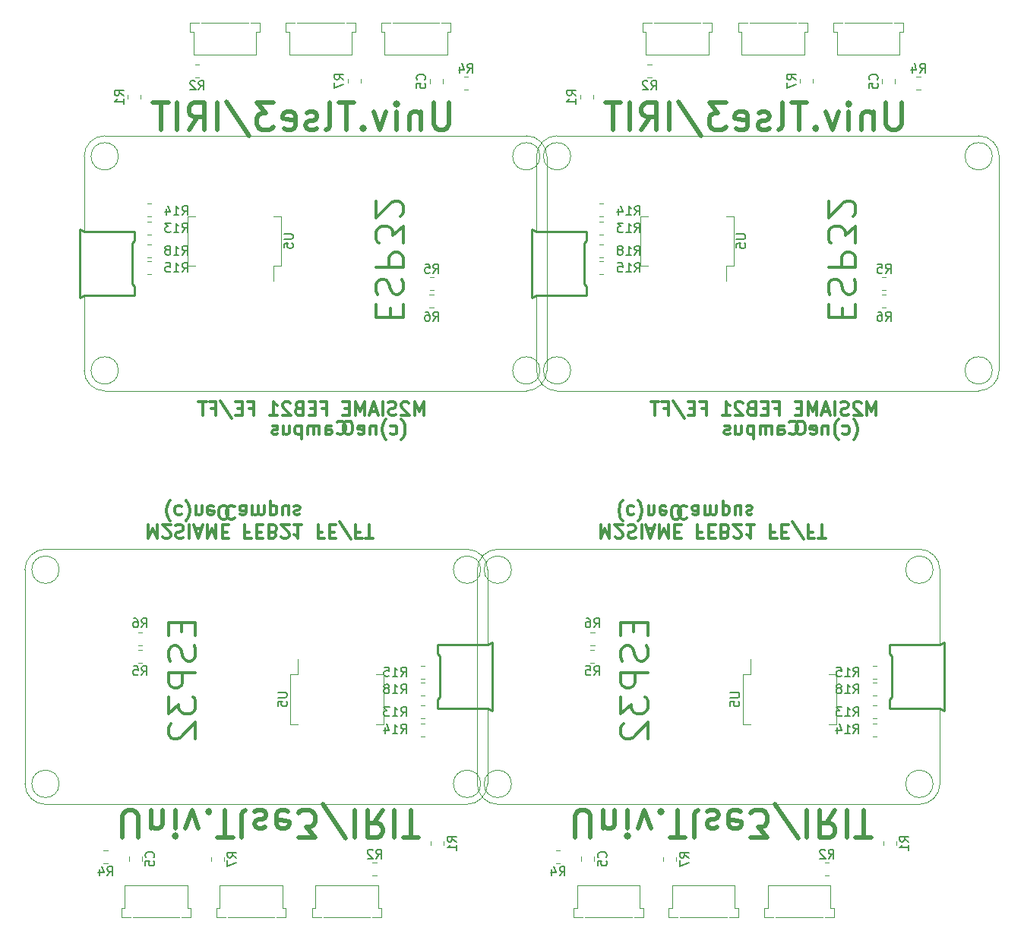
<source format=gbo>
G04 #@! TF.GenerationSoftware,KiCad,Pcbnew,5.1.8-1.fc31*
G04 #@! TF.CreationDate,2021-02-10T10:50:14+01:00*
G04 #@! TF.ProjectId,neOSensorv5_panelized,6e654f53-656e-4736-9f72-76355f70616e,rev?*
G04 #@! TF.SameCoordinates,Original*
G04 #@! TF.FileFunction,Legend,Bot*
G04 #@! TF.FilePolarity,Positive*
%FSLAX46Y46*%
G04 Gerber Fmt 4.6, Leading zero omitted, Abs format (unit mm)*
G04 Created by KiCad (PCBNEW 5.1.8-1.fc31) date 2021-02-10 10:50:14*
%MOMM*%
%LPD*%
G01*
G04 APERTURE LIST*
%ADD10C,0.500000*%
%ADD11C,0.300000*%
%ADD12C,0.120000*%
%ADD13C,0.240000*%
%ADD14C,0.150000*%
G04 APERTURE END LIST*
D10*
X68355714Y-34425142D02*
X68355714Y-36853714D01*
X68212857Y-37139428D01*
X68070000Y-37282285D01*
X67784285Y-37425142D01*
X67212857Y-37425142D01*
X66927142Y-37282285D01*
X66784285Y-37139428D01*
X66641428Y-36853714D01*
X66641428Y-34425142D01*
X65212857Y-35425142D02*
X65212857Y-37425142D01*
X65212857Y-35710857D02*
X65070000Y-35568000D01*
X64784285Y-35425142D01*
X64355714Y-35425142D01*
X64070000Y-35568000D01*
X63927142Y-35853714D01*
X63927142Y-37425142D01*
X62498571Y-37425142D02*
X62498571Y-35425142D01*
X62498571Y-34425142D02*
X62641428Y-34568000D01*
X62498571Y-34710857D01*
X62355714Y-34568000D01*
X62498571Y-34425142D01*
X62498571Y-34710857D01*
X61355714Y-35425142D02*
X60641428Y-37425142D01*
X59927142Y-35425142D01*
X58784285Y-37139428D02*
X58641428Y-37282285D01*
X58784285Y-37425142D01*
X58927142Y-37282285D01*
X58784285Y-37139428D01*
X58784285Y-37425142D01*
X57784285Y-34425142D02*
X56070000Y-34425142D01*
X56927142Y-37425142D02*
X56927142Y-34425142D01*
X54641428Y-37425142D02*
X54927142Y-37282285D01*
X55070000Y-36996571D01*
X55070000Y-34425142D01*
X53641428Y-37282285D02*
X53355714Y-37425142D01*
X52784285Y-37425142D01*
X52498571Y-37282285D01*
X52355714Y-36996571D01*
X52355714Y-36853714D01*
X52498571Y-36568000D01*
X52784285Y-36425142D01*
X53212857Y-36425142D01*
X53498571Y-36282285D01*
X53641428Y-35996571D01*
X53641428Y-35853714D01*
X53498571Y-35568000D01*
X53212857Y-35425142D01*
X52784285Y-35425142D01*
X52498571Y-35568000D01*
X49927142Y-37282285D02*
X50212857Y-37425142D01*
X50784285Y-37425142D01*
X51070000Y-37282285D01*
X51212857Y-36996571D01*
X51212857Y-35853714D01*
X51070000Y-35568000D01*
X50784285Y-35425142D01*
X50212857Y-35425142D01*
X49927142Y-35568000D01*
X49784285Y-35853714D01*
X49784285Y-36139428D01*
X51212857Y-36425142D01*
X48784285Y-34425142D02*
X46927142Y-34425142D01*
X47927142Y-35568000D01*
X47498571Y-35568000D01*
X47212857Y-35710857D01*
X47070000Y-35853714D01*
X46927142Y-36139428D01*
X46927142Y-36853714D01*
X47070000Y-37139428D01*
X47212857Y-37282285D01*
X47498571Y-37425142D01*
X48355714Y-37425142D01*
X48641428Y-37282285D01*
X48784285Y-37139428D01*
X43498571Y-34282285D02*
X46070000Y-38139428D01*
X42498571Y-37425142D02*
X42498571Y-34425142D01*
X39355714Y-37425142D02*
X40355714Y-35996571D01*
X41070000Y-37425142D02*
X41070000Y-34425142D01*
X39927142Y-34425142D01*
X39641428Y-34568000D01*
X39498571Y-34710857D01*
X39355714Y-34996571D01*
X39355714Y-35425142D01*
X39498571Y-35710857D01*
X39641428Y-35853714D01*
X39927142Y-35996571D01*
X41070000Y-35996571D01*
X38070000Y-37425142D02*
X38070000Y-34425142D01*
X37070000Y-34425142D02*
X35355714Y-34425142D01*
X36212857Y-37425142D02*
X36212857Y-34425142D01*
D11*
X61809285Y-58371571D02*
X61809285Y-57371571D01*
X60237857Y-56943000D02*
X60237857Y-58371571D01*
X63237857Y-58371571D01*
X63237857Y-56943000D01*
X60380714Y-55800142D02*
X60237857Y-55371571D01*
X60237857Y-54657285D01*
X60380714Y-54371571D01*
X60523571Y-54228714D01*
X60809285Y-54085857D01*
X61095000Y-54085857D01*
X61380714Y-54228714D01*
X61523571Y-54371571D01*
X61666428Y-54657285D01*
X61809285Y-55228714D01*
X61952142Y-55514428D01*
X62095000Y-55657285D01*
X62380714Y-55800142D01*
X62666428Y-55800142D01*
X62952142Y-55657285D01*
X63095000Y-55514428D01*
X63237857Y-55228714D01*
X63237857Y-54514428D01*
X63095000Y-54085857D01*
X60237857Y-52800142D02*
X63237857Y-52800142D01*
X63237857Y-51657285D01*
X63095000Y-51371571D01*
X62952142Y-51228714D01*
X62666428Y-51085857D01*
X62237857Y-51085857D01*
X61952142Y-51228714D01*
X61809285Y-51371571D01*
X61666428Y-51657285D01*
X61666428Y-52800142D01*
X63237857Y-50085857D02*
X63237857Y-48228714D01*
X62095000Y-49228714D01*
X62095000Y-48800142D01*
X61952142Y-48514428D01*
X61809285Y-48371571D01*
X61523571Y-48228714D01*
X60809285Y-48228714D01*
X60523571Y-48371571D01*
X60380714Y-48514428D01*
X60237857Y-48800142D01*
X60237857Y-49657285D01*
X60380714Y-49943000D01*
X60523571Y-50085857D01*
X62952142Y-47085857D02*
X63095000Y-46943000D01*
X63237857Y-46657285D01*
X63237857Y-45943000D01*
X63095000Y-45657285D01*
X62952142Y-45514428D01*
X62666428Y-45371571D01*
X62380714Y-45371571D01*
X61952142Y-45514428D01*
X60237857Y-47228714D01*
X60237857Y-45371571D01*
X65514571Y-69258571D02*
X65514571Y-67758571D01*
X65014571Y-68830000D01*
X64514571Y-67758571D01*
X64514571Y-69258571D01*
X63871714Y-67901428D02*
X63800285Y-67830000D01*
X63657428Y-67758571D01*
X63300285Y-67758571D01*
X63157428Y-67830000D01*
X63086000Y-67901428D01*
X63014571Y-68044285D01*
X63014571Y-68187142D01*
X63086000Y-68401428D01*
X63943142Y-69258571D01*
X63014571Y-69258571D01*
X62443142Y-69187142D02*
X62228857Y-69258571D01*
X61871714Y-69258571D01*
X61728857Y-69187142D01*
X61657428Y-69115714D01*
X61586000Y-68972857D01*
X61586000Y-68830000D01*
X61657428Y-68687142D01*
X61728857Y-68615714D01*
X61871714Y-68544285D01*
X62157428Y-68472857D01*
X62300285Y-68401428D01*
X62371714Y-68330000D01*
X62443142Y-68187142D01*
X62443142Y-68044285D01*
X62371714Y-67901428D01*
X62300285Y-67830000D01*
X62157428Y-67758571D01*
X61800285Y-67758571D01*
X61586000Y-67830000D01*
X60943142Y-69258571D02*
X60943142Y-67758571D01*
X60300285Y-68830000D02*
X59586000Y-68830000D01*
X60443142Y-69258571D02*
X59943142Y-67758571D01*
X59443142Y-69258571D01*
X58943142Y-69258571D02*
X58943142Y-67758571D01*
X58443142Y-68830000D01*
X57943142Y-67758571D01*
X57943142Y-69258571D01*
X57228857Y-68472857D02*
X56728857Y-68472857D01*
X56514571Y-69258571D02*
X57228857Y-69258571D01*
X57228857Y-67758571D01*
X56514571Y-67758571D01*
X54228857Y-68472857D02*
X54728857Y-68472857D01*
X54728857Y-69258571D02*
X54728857Y-67758571D01*
X54014571Y-67758571D01*
X53443142Y-68472857D02*
X52943142Y-68472857D01*
X52728857Y-69258571D02*
X53443142Y-69258571D01*
X53443142Y-67758571D01*
X52728857Y-67758571D01*
X51586000Y-68472857D02*
X51371714Y-68544285D01*
X51300285Y-68615714D01*
X51228857Y-68758571D01*
X51228857Y-68972857D01*
X51300285Y-69115714D01*
X51371714Y-69187142D01*
X51514571Y-69258571D01*
X52086000Y-69258571D01*
X52086000Y-67758571D01*
X51586000Y-67758571D01*
X51443142Y-67830000D01*
X51371714Y-67901428D01*
X51300285Y-68044285D01*
X51300285Y-68187142D01*
X51371714Y-68330000D01*
X51443142Y-68401428D01*
X51586000Y-68472857D01*
X52086000Y-68472857D01*
X50657428Y-67901428D02*
X50586000Y-67830000D01*
X50443142Y-67758571D01*
X50086000Y-67758571D01*
X49943142Y-67830000D01*
X49871714Y-67901428D01*
X49800285Y-68044285D01*
X49800285Y-68187142D01*
X49871714Y-68401428D01*
X50728857Y-69258571D01*
X49800285Y-69258571D01*
X48371714Y-69258571D02*
X49228857Y-69258571D01*
X48800285Y-69258571D02*
X48800285Y-67758571D01*
X48943142Y-67972857D01*
X49086000Y-68115714D01*
X49228857Y-68187142D01*
X46086000Y-68472857D02*
X46586000Y-68472857D01*
X46586000Y-69258571D02*
X46586000Y-67758571D01*
X45871714Y-67758571D01*
X45300285Y-68472857D02*
X44800285Y-68472857D01*
X44586000Y-69258571D02*
X45300285Y-69258571D01*
X45300285Y-67758571D01*
X44586000Y-67758571D01*
X42871714Y-67687142D02*
X44157428Y-69615714D01*
X41871714Y-68472857D02*
X42371714Y-68472857D01*
X42371714Y-69258571D02*
X42371714Y-67758571D01*
X41657428Y-67758571D01*
X41300285Y-67758571D02*
X40443142Y-67758571D01*
X40871714Y-69258571D02*
X40871714Y-67758571D01*
X55883571Y-71274714D02*
X55955000Y-71346142D01*
X56169285Y-71417571D01*
X56312142Y-71417571D01*
X56526428Y-71346142D01*
X56669285Y-71203285D01*
X56740714Y-71060428D01*
X56812142Y-70774714D01*
X56812142Y-70560428D01*
X56740714Y-70274714D01*
X56669285Y-70131857D01*
X56526428Y-69989000D01*
X56312142Y-69917571D01*
X56169285Y-69917571D01*
X55955000Y-69989000D01*
X55883571Y-70060428D01*
X54597857Y-71417571D02*
X54597857Y-70631857D01*
X54669285Y-70489000D01*
X54812142Y-70417571D01*
X55097857Y-70417571D01*
X55240714Y-70489000D01*
X54597857Y-71346142D02*
X54740714Y-71417571D01*
X55097857Y-71417571D01*
X55240714Y-71346142D01*
X55312142Y-71203285D01*
X55312142Y-71060428D01*
X55240714Y-70917571D01*
X55097857Y-70846142D01*
X54740714Y-70846142D01*
X54597857Y-70774714D01*
X53883571Y-71417571D02*
X53883571Y-70417571D01*
X53883571Y-70560428D02*
X53812142Y-70489000D01*
X53669285Y-70417571D01*
X53455000Y-70417571D01*
X53312142Y-70489000D01*
X53240714Y-70631857D01*
X53240714Y-71417571D01*
X53240714Y-70631857D02*
X53169285Y-70489000D01*
X53026428Y-70417571D01*
X52812142Y-70417571D01*
X52669285Y-70489000D01*
X52597857Y-70631857D01*
X52597857Y-71417571D01*
X51883571Y-70417571D02*
X51883571Y-71917571D01*
X51883571Y-70489000D02*
X51740714Y-70417571D01*
X51455000Y-70417571D01*
X51312142Y-70489000D01*
X51240714Y-70560428D01*
X51169285Y-70703285D01*
X51169285Y-71131857D01*
X51240714Y-71274714D01*
X51312142Y-71346142D01*
X51455000Y-71417571D01*
X51740714Y-71417571D01*
X51883571Y-71346142D01*
X49883571Y-70417571D02*
X49883571Y-71417571D01*
X50526428Y-70417571D02*
X50526428Y-71203285D01*
X50455000Y-71346142D01*
X50312142Y-71417571D01*
X50097857Y-71417571D01*
X49955000Y-71346142D01*
X49883571Y-71274714D01*
X49240714Y-71346142D02*
X49097857Y-71417571D01*
X48812142Y-71417571D01*
X48669285Y-71346142D01*
X48597857Y-71203285D01*
X48597857Y-71131857D01*
X48669285Y-70989000D01*
X48812142Y-70917571D01*
X49026428Y-70917571D01*
X49169285Y-70846142D01*
X49240714Y-70703285D01*
X49240714Y-70631857D01*
X49169285Y-70489000D01*
X49026428Y-70417571D01*
X48812142Y-70417571D01*
X48669285Y-70489000D01*
X63035285Y-71989000D02*
X63106714Y-71917571D01*
X63249571Y-71703285D01*
X63321000Y-71560428D01*
X63392428Y-71346142D01*
X63463857Y-70989000D01*
X63463857Y-70703285D01*
X63392428Y-70346142D01*
X63321000Y-70131857D01*
X63249571Y-69989000D01*
X63106714Y-69774714D01*
X63035285Y-69703285D01*
X61821000Y-71346142D02*
X61963857Y-71417571D01*
X62249571Y-71417571D01*
X62392428Y-71346142D01*
X62463857Y-71274714D01*
X62535285Y-71131857D01*
X62535285Y-70703285D01*
X62463857Y-70560428D01*
X62392428Y-70489000D01*
X62249571Y-70417571D01*
X61963857Y-70417571D01*
X61821000Y-70489000D01*
X61321000Y-71989000D02*
X61249571Y-71917571D01*
X61106714Y-71703285D01*
X61035285Y-71560428D01*
X60963857Y-71346142D01*
X60892428Y-70989000D01*
X60892428Y-70703285D01*
X60963857Y-70346142D01*
X61035285Y-70131857D01*
X61106714Y-69989000D01*
X61249571Y-69774714D01*
X61321000Y-69703285D01*
X60178142Y-70417571D02*
X60178142Y-71417571D01*
X60178142Y-70560428D02*
X60106714Y-70489000D01*
X59963857Y-70417571D01*
X59749571Y-70417571D01*
X59606714Y-70489000D01*
X59535285Y-70631857D01*
X59535285Y-71417571D01*
X58249571Y-71346142D02*
X58392428Y-71417571D01*
X58678142Y-71417571D01*
X58821000Y-71346142D01*
X58892428Y-71203285D01*
X58892428Y-70631857D01*
X58821000Y-70489000D01*
X58678142Y-70417571D01*
X58392428Y-70417571D01*
X58249571Y-70489000D01*
X58178142Y-70631857D01*
X58178142Y-70774714D01*
X58892428Y-70917571D01*
X57249571Y-69917571D02*
X56963857Y-69917571D01*
X56821000Y-69989000D01*
X56678142Y-70131857D01*
X56606714Y-70417571D01*
X56606714Y-70917571D01*
X56678142Y-71203285D01*
X56821000Y-71346142D01*
X56963857Y-71417571D01*
X57249571Y-71417571D01*
X57392428Y-71346142D01*
X57535285Y-71203285D01*
X57606714Y-70917571D01*
X57606714Y-70417571D01*
X57535285Y-70131857D01*
X57392428Y-69989000D01*
X57249571Y-69917571D01*
D10*
X118774714Y-34425142D02*
X118774714Y-36853714D01*
X118631857Y-37139428D01*
X118489000Y-37282285D01*
X118203285Y-37425142D01*
X117631857Y-37425142D01*
X117346142Y-37282285D01*
X117203285Y-37139428D01*
X117060428Y-36853714D01*
X117060428Y-34425142D01*
X115631857Y-35425142D02*
X115631857Y-37425142D01*
X115631857Y-35710857D02*
X115489000Y-35568000D01*
X115203285Y-35425142D01*
X114774714Y-35425142D01*
X114489000Y-35568000D01*
X114346142Y-35853714D01*
X114346142Y-37425142D01*
X112917571Y-37425142D02*
X112917571Y-35425142D01*
X112917571Y-34425142D02*
X113060428Y-34568000D01*
X112917571Y-34710857D01*
X112774714Y-34568000D01*
X112917571Y-34425142D01*
X112917571Y-34710857D01*
X111774714Y-35425142D02*
X111060428Y-37425142D01*
X110346142Y-35425142D01*
X109203285Y-37139428D02*
X109060428Y-37282285D01*
X109203285Y-37425142D01*
X109346142Y-37282285D01*
X109203285Y-37139428D01*
X109203285Y-37425142D01*
X108203285Y-34425142D02*
X106489000Y-34425142D01*
X107346142Y-37425142D02*
X107346142Y-34425142D01*
X105060428Y-37425142D02*
X105346142Y-37282285D01*
X105489000Y-36996571D01*
X105489000Y-34425142D01*
X104060428Y-37282285D02*
X103774714Y-37425142D01*
X103203285Y-37425142D01*
X102917571Y-37282285D01*
X102774714Y-36996571D01*
X102774714Y-36853714D01*
X102917571Y-36568000D01*
X103203285Y-36425142D01*
X103631857Y-36425142D01*
X103917571Y-36282285D01*
X104060428Y-35996571D01*
X104060428Y-35853714D01*
X103917571Y-35568000D01*
X103631857Y-35425142D01*
X103203285Y-35425142D01*
X102917571Y-35568000D01*
X100346142Y-37282285D02*
X100631857Y-37425142D01*
X101203285Y-37425142D01*
X101489000Y-37282285D01*
X101631857Y-36996571D01*
X101631857Y-35853714D01*
X101489000Y-35568000D01*
X101203285Y-35425142D01*
X100631857Y-35425142D01*
X100346142Y-35568000D01*
X100203285Y-35853714D01*
X100203285Y-36139428D01*
X101631857Y-36425142D01*
X99203285Y-34425142D02*
X97346142Y-34425142D01*
X98346142Y-35568000D01*
X97917571Y-35568000D01*
X97631857Y-35710857D01*
X97489000Y-35853714D01*
X97346142Y-36139428D01*
X97346142Y-36853714D01*
X97489000Y-37139428D01*
X97631857Y-37282285D01*
X97917571Y-37425142D01*
X98774714Y-37425142D01*
X99060428Y-37282285D01*
X99203285Y-37139428D01*
X93917571Y-34282285D02*
X96489000Y-38139428D01*
X92917571Y-37425142D02*
X92917571Y-34425142D01*
X89774714Y-37425142D02*
X90774714Y-35996571D01*
X91489000Y-37425142D02*
X91489000Y-34425142D01*
X90346142Y-34425142D01*
X90060428Y-34568000D01*
X89917571Y-34710857D01*
X89774714Y-34996571D01*
X89774714Y-35425142D01*
X89917571Y-35710857D01*
X90060428Y-35853714D01*
X90346142Y-35996571D01*
X91489000Y-35996571D01*
X88489000Y-37425142D02*
X88489000Y-34425142D01*
X87489000Y-34425142D02*
X85774714Y-34425142D01*
X86631857Y-37425142D02*
X86631857Y-34425142D01*
D11*
X112228285Y-58371571D02*
X112228285Y-57371571D01*
X110656857Y-56943000D02*
X110656857Y-58371571D01*
X113656857Y-58371571D01*
X113656857Y-56943000D01*
X110799714Y-55800142D02*
X110656857Y-55371571D01*
X110656857Y-54657285D01*
X110799714Y-54371571D01*
X110942571Y-54228714D01*
X111228285Y-54085857D01*
X111514000Y-54085857D01*
X111799714Y-54228714D01*
X111942571Y-54371571D01*
X112085428Y-54657285D01*
X112228285Y-55228714D01*
X112371142Y-55514428D01*
X112514000Y-55657285D01*
X112799714Y-55800142D01*
X113085428Y-55800142D01*
X113371142Y-55657285D01*
X113514000Y-55514428D01*
X113656857Y-55228714D01*
X113656857Y-54514428D01*
X113514000Y-54085857D01*
X110656857Y-52800142D02*
X113656857Y-52800142D01*
X113656857Y-51657285D01*
X113514000Y-51371571D01*
X113371142Y-51228714D01*
X113085428Y-51085857D01*
X112656857Y-51085857D01*
X112371142Y-51228714D01*
X112228285Y-51371571D01*
X112085428Y-51657285D01*
X112085428Y-52800142D01*
X113656857Y-50085857D02*
X113656857Y-48228714D01*
X112514000Y-49228714D01*
X112514000Y-48800142D01*
X112371142Y-48514428D01*
X112228285Y-48371571D01*
X111942571Y-48228714D01*
X111228285Y-48228714D01*
X110942571Y-48371571D01*
X110799714Y-48514428D01*
X110656857Y-48800142D01*
X110656857Y-49657285D01*
X110799714Y-49943000D01*
X110942571Y-50085857D01*
X113371142Y-47085857D02*
X113514000Y-46943000D01*
X113656857Y-46657285D01*
X113656857Y-45943000D01*
X113514000Y-45657285D01*
X113371142Y-45514428D01*
X113085428Y-45371571D01*
X112799714Y-45371571D01*
X112371142Y-45514428D01*
X110656857Y-47228714D01*
X110656857Y-45371571D01*
X115933571Y-69258571D02*
X115933571Y-67758571D01*
X115433571Y-68830000D01*
X114933571Y-67758571D01*
X114933571Y-69258571D01*
X114290714Y-67901428D02*
X114219285Y-67830000D01*
X114076428Y-67758571D01*
X113719285Y-67758571D01*
X113576428Y-67830000D01*
X113505000Y-67901428D01*
X113433571Y-68044285D01*
X113433571Y-68187142D01*
X113505000Y-68401428D01*
X114362142Y-69258571D01*
X113433571Y-69258571D01*
X112862142Y-69187142D02*
X112647857Y-69258571D01*
X112290714Y-69258571D01*
X112147857Y-69187142D01*
X112076428Y-69115714D01*
X112005000Y-68972857D01*
X112005000Y-68830000D01*
X112076428Y-68687142D01*
X112147857Y-68615714D01*
X112290714Y-68544285D01*
X112576428Y-68472857D01*
X112719285Y-68401428D01*
X112790714Y-68330000D01*
X112862142Y-68187142D01*
X112862142Y-68044285D01*
X112790714Y-67901428D01*
X112719285Y-67830000D01*
X112576428Y-67758571D01*
X112219285Y-67758571D01*
X112005000Y-67830000D01*
X111362142Y-69258571D02*
X111362142Y-67758571D01*
X110719285Y-68830000D02*
X110005000Y-68830000D01*
X110862142Y-69258571D02*
X110362142Y-67758571D01*
X109862142Y-69258571D01*
X109362142Y-69258571D02*
X109362142Y-67758571D01*
X108862142Y-68830000D01*
X108362142Y-67758571D01*
X108362142Y-69258571D01*
X107647857Y-68472857D02*
X107147857Y-68472857D01*
X106933571Y-69258571D02*
X107647857Y-69258571D01*
X107647857Y-67758571D01*
X106933571Y-67758571D01*
X104647857Y-68472857D02*
X105147857Y-68472857D01*
X105147857Y-69258571D02*
X105147857Y-67758571D01*
X104433571Y-67758571D01*
X103862142Y-68472857D02*
X103362142Y-68472857D01*
X103147857Y-69258571D02*
X103862142Y-69258571D01*
X103862142Y-67758571D01*
X103147857Y-67758571D01*
X102005000Y-68472857D02*
X101790714Y-68544285D01*
X101719285Y-68615714D01*
X101647857Y-68758571D01*
X101647857Y-68972857D01*
X101719285Y-69115714D01*
X101790714Y-69187142D01*
X101933571Y-69258571D01*
X102505000Y-69258571D01*
X102505000Y-67758571D01*
X102005000Y-67758571D01*
X101862142Y-67830000D01*
X101790714Y-67901428D01*
X101719285Y-68044285D01*
X101719285Y-68187142D01*
X101790714Y-68330000D01*
X101862142Y-68401428D01*
X102005000Y-68472857D01*
X102505000Y-68472857D01*
X101076428Y-67901428D02*
X101005000Y-67830000D01*
X100862142Y-67758571D01*
X100505000Y-67758571D01*
X100362142Y-67830000D01*
X100290714Y-67901428D01*
X100219285Y-68044285D01*
X100219285Y-68187142D01*
X100290714Y-68401428D01*
X101147857Y-69258571D01*
X100219285Y-69258571D01*
X98790714Y-69258571D02*
X99647857Y-69258571D01*
X99219285Y-69258571D02*
X99219285Y-67758571D01*
X99362142Y-67972857D01*
X99505000Y-68115714D01*
X99647857Y-68187142D01*
X96505000Y-68472857D02*
X97005000Y-68472857D01*
X97005000Y-69258571D02*
X97005000Y-67758571D01*
X96290714Y-67758571D01*
X95719285Y-68472857D02*
X95219285Y-68472857D01*
X95005000Y-69258571D02*
X95719285Y-69258571D01*
X95719285Y-67758571D01*
X95005000Y-67758571D01*
X93290714Y-67687142D02*
X94576428Y-69615714D01*
X92290714Y-68472857D02*
X92790714Y-68472857D01*
X92790714Y-69258571D02*
X92790714Y-67758571D01*
X92076428Y-67758571D01*
X91719285Y-67758571D02*
X90862142Y-67758571D01*
X91290714Y-69258571D02*
X91290714Y-67758571D01*
X106302571Y-71274714D02*
X106374000Y-71346142D01*
X106588285Y-71417571D01*
X106731142Y-71417571D01*
X106945428Y-71346142D01*
X107088285Y-71203285D01*
X107159714Y-71060428D01*
X107231142Y-70774714D01*
X107231142Y-70560428D01*
X107159714Y-70274714D01*
X107088285Y-70131857D01*
X106945428Y-69989000D01*
X106731142Y-69917571D01*
X106588285Y-69917571D01*
X106374000Y-69989000D01*
X106302571Y-70060428D01*
X105016857Y-71417571D02*
X105016857Y-70631857D01*
X105088285Y-70489000D01*
X105231142Y-70417571D01*
X105516857Y-70417571D01*
X105659714Y-70489000D01*
X105016857Y-71346142D02*
X105159714Y-71417571D01*
X105516857Y-71417571D01*
X105659714Y-71346142D01*
X105731142Y-71203285D01*
X105731142Y-71060428D01*
X105659714Y-70917571D01*
X105516857Y-70846142D01*
X105159714Y-70846142D01*
X105016857Y-70774714D01*
X104302571Y-71417571D02*
X104302571Y-70417571D01*
X104302571Y-70560428D02*
X104231142Y-70489000D01*
X104088285Y-70417571D01*
X103874000Y-70417571D01*
X103731142Y-70489000D01*
X103659714Y-70631857D01*
X103659714Y-71417571D01*
X103659714Y-70631857D02*
X103588285Y-70489000D01*
X103445428Y-70417571D01*
X103231142Y-70417571D01*
X103088285Y-70489000D01*
X103016857Y-70631857D01*
X103016857Y-71417571D01*
X102302571Y-70417571D02*
X102302571Y-71917571D01*
X102302571Y-70489000D02*
X102159714Y-70417571D01*
X101874000Y-70417571D01*
X101731142Y-70489000D01*
X101659714Y-70560428D01*
X101588285Y-70703285D01*
X101588285Y-71131857D01*
X101659714Y-71274714D01*
X101731142Y-71346142D01*
X101874000Y-71417571D01*
X102159714Y-71417571D01*
X102302571Y-71346142D01*
X100302571Y-70417571D02*
X100302571Y-71417571D01*
X100945428Y-70417571D02*
X100945428Y-71203285D01*
X100874000Y-71346142D01*
X100731142Y-71417571D01*
X100516857Y-71417571D01*
X100374000Y-71346142D01*
X100302571Y-71274714D01*
X99659714Y-71346142D02*
X99516857Y-71417571D01*
X99231142Y-71417571D01*
X99088285Y-71346142D01*
X99016857Y-71203285D01*
X99016857Y-71131857D01*
X99088285Y-70989000D01*
X99231142Y-70917571D01*
X99445428Y-70917571D01*
X99588285Y-70846142D01*
X99659714Y-70703285D01*
X99659714Y-70631857D01*
X99588285Y-70489000D01*
X99445428Y-70417571D01*
X99231142Y-70417571D01*
X99088285Y-70489000D01*
X113454285Y-71989000D02*
X113525714Y-71917571D01*
X113668571Y-71703285D01*
X113740000Y-71560428D01*
X113811428Y-71346142D01*
X113882857Y-70989000D01*
X113882857Y-70703285D01*
X113811428Y-70346142D01*
X113740000Y-70131857D01*
X113668571Y-69989000D01*
X113525714Y-69774714D01*
X113454285Y-69703285D01*
X112240000Y-71346142D02*
X112382857Y-71417571D01*
X112668571Y-71417571D01*
X112811428Y-71346142D01*
X112882857Y-71274714D01*
X112954285Y-71131857D01*
X112954285Y-70703285D01*
X112882857Y-70560428D01*
X112811428Y-70489000D01*
X112668571Y-70417571D01*
X112382857Y-70417571D01*
X112240000Y-70489000D01*
X111740000Y-71989000D02*
X111668571Y-71917571D01*
X111525714Y-71703285D01*
X111454285Y-71560428D01*
X111382857Y-71346142D01*
X111311428Y-70989000D01*
X111311428Y-70703285D01*
X111382857Y-70346142D01*
X111454285Y-70131857D01*
X111525714Y-69989000D01*
X111668571Y-69774714D01*
X111740000Y-69703285D01*
X110597142Y-70417571D02*
X110597142Y-71417571D01*
X110597142Y-70560428D02*
X110525714Y-70489000D01*
X110382857Y-70417571D01*
X110168571Y-70417571D01*
X110025714Y-70489000D01*
X109954285Y-70631857D01*
X109954285Y-71417571D01*
X108668571Y-71346142D02*
X108811428Y-71417571D01*
X109097142Y-71417571D01*
X109240000Y-71346142D01*
X109311428Y-71203285D01*
X109311428Y-70631857D01*
X109240000Y-70489000D01*
X109097142Y-70417571D01*
X108811428Y-70417571D01*
X108668571Y-70489000D01*
X108597142Y-70631857D01*
X108597142Y-70774714D01*
X109311428Y-70917571D01*
X107668571Y-69917571D02*
X107382857Y-69917571D01*
X107240000Y-69989000D01*
X107097142Y-70131857D01*
X107025714Y-70417571D01*
X107025714Y-70917571D01*
X107097142Y-71203285D01*
X107240000Y-71346142D01*
X107382857Y-71417571D01*
X107668571Y-71417571D01*
X107811428Y-71346142D01*
X107954285Y-71203285D01*
X108025714Y-70917571D01*
X108025714Y-70417571D01*
X107954285Y-70131857D01*
X107811428Y-69989000D01*
X107668571Y-69917571D01*
D10*
X31974285Y-116323857D02*
X31974285Y-113895285D01*
X32117142Y-113609571D01*
X32260000Y-113466714D01*
X32545714Y-113323857D01*
X33117142Y-113323857D01*
X33402857Y-113466714D01*
X33545714Y-113609571D01*
X33688571Y-113895285D01*
X33688571Y-116323857D01*
X35117142Y-115323857D02*
X35117142Y-113323857D01*
X35117142Y-115038142D02*
X35260000Y-115181000D01*
X35545714Y-115323857D01*
X35974285Y-115323857D01*
X36260000Y-115181000D01*
X36402857Y-114895285D01*
X36402857Y-113323857D01*
X37831428Y-113323857D02*
X37831428Y-115323857D01*
X37831428Y-116323857D02*
X37688571Y-116181000D01*
X37831428Y-116038142D01*
X37974285Y-116181000D01*
X37831428Y-116323857D01*
X37831428Y-116038142D01*
X38974285Y-115323857D02*
X39688571Y-113323857D01*
X40402857Y-115323857D01*
X41545714Y-113609571D02*
X41688571Y-113466714D01*
X41545714Y-113323857D01*
X41402857Y-113466714D01*
X41545714Y-113609571D01*
X41545714Y-113323857D01*
X42545714Y-116323857D02*
X44260000Y-116323857D01*
X43402857Y-113323857D02*
X43402857Y-116323857D01*
X45688571Y-113323857D02*
X45402857Y-113466714D01*
X45260000Y-113752428D01*
X45260000Y-116323857D01*
X46688571Y-113466714D02*
X46974285Y-113323857D01*
X47545714Y-113323857D01*
X47831428Y-113466714D01*
X47974285Y-113752428D01*
X47974285Y-113895285D01*
X47831428Y-114181000D01*
X47545714Y-114323857D01*
X47117142Y-114323857D01*
X46831428Y-114466714D01*
X46688571Y-114752428D01*
X46688571Y-114895285D01*
X46831428Y-115181000D01*
X47117142Y-115323857D01*
X47545714Y-115323857D01*
X47831428Y-115181000D01*
X50402857Y-113466714D02*
X50117142Y-113323857D01*
X49545714Y-113323857D01*
X49260000Y-113466714D01*
X49117142Y-113752428D01*
X49117142Y-114895285D01*
X49260000Y-115181000D01*
X49545714Y-115323857D01*
X50117142Y-115323857D01*
X50402857Y-115181000D01*
X50545714Y-114895285D01*
X50545714Y-114609571D01*
X49117142Y-114323857D01*
X51545714Y-116323857D02*
X53402857Y-116323857D01*
X52402857Y-115181000D01*
X52831428Y-115181000D01*
X53117142Y-115038142D01*
X53260000Y-114895285D01*
X53402857Y-114609571D01*
X53402857Y-113895285D01*
X53260000Y-113609571D01*
X53117142Y-113466714D01*
X52831428Y-113323857D01*
X51974285Y-113323857D01*
X51688571Y-113466714D01*
X51545714Y-113609571D01*
X56831428Y-116466714D02*
X54260000Y-112609571D01*
X57831428Y-113323857D02*
X57831428Y-116323857D01*
X60974285Y-113323857D02*
X59974285Y-114752428D01*
X59259999Y-113323857D02*
X59259999Y-116323857D01*
X60402857Y-116323857D01*
X60688571Y-116181000D01*
X60831428Y-116038142D01*
X60974285Y-115752428D01*
X60974285Y-115323857D01*
X60831428Y-115038142D01*
X60688571Y-114895285D01*
X60402857Y-114752428D01*
X59259999Y-114752428D01*
X62259999Y-113323857D02*
X62259999Y-116323857D01*
X63260000Y-116323857D02*
X64974285Y-116323857D01*
X64117142Y-113323857D02*
X64117142Y-116323857D01*
D11*
X38520714Y-92377428D02*
X38520714Y-93377428D01*
X40092142Y-93806000D02*
X40092142Y-92377428D01*
X37092142Y-92377428D01*
X37092142Y-93806000D01*
X39949285Y-94948857D02*
X40092142Y-95377428D01*
X40092142Y-96091714D01*
X39949285Y-96377428D01*
X39806428Y-96520285D01*
X39520714Y-96663142D01*
X39235000Y-96663142D01*
X38949285Y-96520285D01*
X38806428Y-96377428D01*
X38663571Y-96091714D01*
X38520714Y-95520285D01*
X38377857Y-95234571D01*
X38235000Y-95091714D01*
X37949285Y-94948857D01*
X37663571Y-94948857D01*
X37377857Y-95091714D01*
X37235000Y-95234571D01*
X37092142Y-95520285D01*
X37092142Y-96234571D01*
X37235000Y-96663142D01*
X40092142Y-97948857D02*
X37092142Y-97948857D01*
X37092142Y-99091714D01*
X37235000Y-99377428D01*
X37377857Y-99520285D01*
X37663571Y-99663142D01*
X38092142Y-99663142D01*
X38377857Y-99520285D01*
X38520714Y-99377428D01*
X38663571Y-99091714D01*
X38663571Y-97948857D01*
X37092142Y-100663142D02*
X37092142Y-102520285D01*
X38235000Y-101520285D01*
X38235000Y-101948857D01*
X38377857Y-102234571D01*
X38520714Y-102377428D01*
X38806428Y-102520285D01*
X39520714Y-102520285D01*
X39806428Y-102377428D01*
X39949285Y-102234571D01*
X40092142Y-101948857D01*
X40092142Y-101091714D01*
X39949285Y-100806000D01*
X39806428Y-100663142D01*
X37377857Y-103663142D02*
X37235000Y-103806000D01*
X37092142Y-104091714D01*
X37092142Y-104806000D01*
X37235000Y-105091714D01*
X37377857Y-105234571D01*
X37663571Y-105377428D01*
X37949285Y-105377428D01*
X38377857Y-105234571D01*
X40092142Y-103520285D01*
X40092142Y-105377428D01*
X34815428Y-81490428D02*
X34815428Y-82990428D01*
X35315428Y-81919000D01*
X35815428Y-82990428D01*
X35815428Y-81490428D01*
X36458285Y-82847571D02*
X36529714Y-82919000D01*
X36672571Y-82990428D01*
X37029714Y-82990428D01*
X37172571Y-82919000D01*
X37244000Y-82847571D01*
X37315428Y-82704714D01*
X37315428Y-82561857D01*
X37244000Y-82347571D01*
X36386857Y-81490428D01*
X37315428Y-81490428D01*
X37886857Y-81561857D02*
X38101142Y-81490428D01*
X38458285Y-81490428D01*
X38601142Y-81561857D01*
X38672571Y-81633285D01*
X38744000Y-81776142D01*
X38744000Y-81919000D01*
X38672571Y-82061857D01*
X38601142Y-82133285D01*
X38458285Y-82204714D01*
X38172571Y-82276142D01*
X38029714Y-82347571D01*
X37958285Y-82419000D01*
X37886857Y-82561857D01*
X37886857Y-82704714D01*
X37958285Y-82847571D01*
X38029714Y-82919000D01*
X38172571Y-82990428D01*
X38529714Y-82990428D01*
X38744000Y-82919000D01*
X39386857Y-81490428D02*
X39386857Y-82990428D01*
X40029714Y-81919000D02*
X40744000Y-81919000D01*
X39886857Y-81490428D02*
X40386857Y-82990428D01*
X40886857Y-81490428D01*
X41386857Y-81490428D02*
X41386857Y-82990428D01*
X41886857Y-81919000D01*
X42386857Y-82990428D01*
X42386857Y-81490428D01*
X43101142Y-82276142D02*
X43601142Y-82276142D01*
X43815428Y-81490428D02*
X43101142Y-81490428D01*
X43101142Y-82990428D01*
X43815428Y-82990428D01*
X46101142Y-82276142D02*
X45601142Y-82276142D01*
X45601142Y-81490428D02*
X45601142Y-82990428D01*
X46315428Y-82990428D01*
X46886857Y-82276142D02*
X47386857Y-82276142D01*
X47601142Y-81490428D02*
X46886857Y-81490428D01*
X46886857Y-82990428D01*
X47601142Y-82990428D01*
X48743999Y-82276142D02*
X48958285Y-82204714D01*
X49029714Y-82133285D01*
X49101142Y-81990428D01*
X49101142Y-81776142D01*
X49029714Y-81633285D01*
X48958285Y-81561857D01*
X48815428Y-81490428D01*
X48243999Y-81490428D01*
X48243999Y-82990428D01*
X48743999Y-82990428D01*
X48886857Y-82919000D01*
X48958285Y-82847571D01*
X49029714Y-82704714D01*
X49029714Y-82561857D01*
X48958285Y-82419000D01*
X48886857Y-82347571D01*
X48743999Y-82276142D01*
X48243999Y-82276142D01*
X49672571Y-82847571D02*
X49743999Y-82919000D01*
X49886857Y-82990428D01*
X50243999Y-82990428D01*
X50386857Y-82919000D01*
X50458285Y-82847571D01*
X50529714Y-82704714D01*
X50529714Y-82561857D01*
X50458285Y-82347571D01*
X49601142Y-81490428D01*
X50529714Y-81490428D01*
X51958285Y-81490428D02*
X51101142Y-81490428D01*
X51529714Y-81490428D02*
X51529714Y-82990428D01*
X51386857Y-82776142D01*
X51244000Y-82633285D01*
X51101142Y-82561857D01*
X54243999Y-82276142D02*
X53743999Y-82276142D01*
X53743999Y-81490428D02*
X53743999Y-82990428D01*
X54458285Y-82990428D01*
X55029714Y-82276142D02*
X55529714Y-82276142D01*
X55743999Y-81490428D02*
X55029714Y-81490428D01*
X55029714Y-82990428D01*
X55743999Y-82990428D01*
X57458285Y-83061857D02*
X56172571Y-81133285D01*
X58458285Y-82276142D02*
X57958285Y-82276142D01*
X57958285Y-81490428D02*
X57958285Y-82990428D01*
X58672571Y-82990428D01*
X59029714Y-82990428D02*
X59886857Y-82990428D01*
X59458285Y-81490428D02*
X59458285Y-82990428D01*
X44446428Y-79474285D02*
X44375000Y-79402857D01*
X44160714Y-79331428D01*
X44017857Y-79331428D01*
X43803571Y-79402857D01*
X43660714Y-79545714D01*
X43589285Y-79688571D01*
X43517857Y-79974285D01*
X43517857Y-80188571D01*
X43589285Y-80474285D01*
X43660714Y-80617142D01*
X43803571Y-80760000D01*
X44017857Y-80831428D01*
X44160714Y-80831428D01*
X44375000Y-80760000D01*
X44446428Y-80688571D01*
X45732142Y-79331428D02*
X45732142Y-80117142D01*
X45660714Y-80260000D01*
X45517857Y-80331428D01*
X45232142Y-80331428D01*
X45089285Y-80260000D01*
X45732142Y-79402857D02*
X45589285Y-79331428D01*
X45232142Y-79331428D01*
X45089285Y-79402857D01*
X45017857Y-79545714D01*
X45017857Y-79688571D01*
X45089285Y-79831428D01*
X45232142Y-79902857D01*
X45589285Y-79902857D01*
X45732142Y-79974285D01*
X46446428Y-79331428D02*
X46446428Y-80331428D01*
X46446428Y-80188571D02*
X46517857Y-80260000D01*
X46660714Y-80331428D01*
X46875000Y-80331428D01*
X47017857Y-80260000D01*
X47089285Y-80117142D01*
X47089285Y-79331428D01*
X47089285Y-80117142D02*
X47160714Y-80260000D01*
X47303571Y-80331428D01*
X47517857Y-80331428D01*
X47660714Y-80260000D01*
X47732142Y-80117142D01*
X47732142Y-79331428D01*
X48446428Y-80331428D02*
X48446428Y-78831428D01*
X48446428Y-80260000D02*
X48589285Y-80331428D01*
X48875000Y-80331428D01*
X49017857Y-80260000D01*
X49089285Y-80188571D01*
X49160714Y-80045714D01*
X49160714Y-79617142D01*
X49089285Y-79474285D01*
X49017857Y-79402857D01*
X48875000Y-79331428D01*
X48589285Y-79331428D01*
X48446428Y-79402857D01*
X50446428Y-80331428D02*
X50446428Y-79331428D01*
X49803571Y-80331428D02*
X49803571Y-79545714D01*
X49875000Y-79402857D01*
X50017857Y-79331428D01*
X50232142Y-79331428D01*
X50375000Y-79402857D01*
X50446428Y-79474285D01*
X51089285Y-79402857D02*
X51232142Y-79331428D01*
X51517857Y-79331428D01*
X51660714Y-79402857D01*
X51732142Y-79545714D01*
X51732142Y-79617142D01*
X51660714Y-79760000D01*
X51517857Y-79831428D01*
X51303571Y-79831428D01*
X51160714Y-79902857D01*
X51089285Y-80045714D01*
X51089285Y-80117142D01*
X51160714Y-80260000D01*
X51303571Y-80331428D01*
X51517857Y-80331428D01*
X51660714Y-80260000D01*
X37294714Y-78760000D02*
X37223285Y-78831428D01*
X37080428Y-79045714D01*
X37009000Y-79188571D01*
X36937571Y-79402857D01*
X36866142Y-79760000D01*
X36866142Y-80045714D01*
X36937571Y-80402857D01*
X37009000Y-80617142D01*
X37080428Y-80760000D01*
X37223285Y-80974285D01*
X37294714Y-81045714D01*
X38509000Y-79402857D02*
X38366142Y-79331428D01*
X38080428Y-79331428D01*
X37937571Y-79402857D01*
X37866142Y-79474285D01*
X37794714Y-79617142D01*
X37794714Y-80045714D01*
X37866142Y-80188571D01*
X37937571Y-80260000D01*
X38080428Y-80331428D01*
X38366142Y-80331428D01*
X38509000Y-80260000D01*
X39009000Y-78760000D02*
X39080428Y-78831428D01*
X39223285Y-79045714D01*
X39294714Y-79188571D01*
X39366142Y-79402857D01*
X39437571Y-79760000D01*
X39437571Y-80045714D01*
X39366142Y-80402857D01*
X39294714Y-80617142D01*
X39223285Y-80760000D01*
X39080428Y-80974285D01*
X39009000Y-81045714D01*
X40151857Y-80331428D02*
X40151857Y-79331428D01*
X40151857Y-80188571D02*
X40223285Y-80260000D01*
X40366142Y-80331428D01*
X40580428Y-80331428D01*
X40723285Y-80260000D01*
X40794714Y-80117142D01*
X40794714Y-79331428D01*
X42080428Y-79402857D02*
X41937571Y-79331428D01*
X41651857Y-79331428D01*
X41509000Y-79402857D01*
X41437571Y-79545714D01*
X41437571Y-80117142D01*
X41509000Y-80260000D01*
X41651857Y-80331428D01*
X41937571Y-80331428D01*
X42080428Y-80260000D01*
X42151857Y-80117142D01*
X42151857Y-79974285D01*
X41437571Y-79831428D01*
X43080428Y-80831428D02*
X43366142Y-80831428D01*
X43509000Y-80760000D01*
X43651857Y-80617142D01*
X43723285Y-80331428D01*
X43723285Y-79831428D01*
X43651857Y-79545714D01*
X43509000Y-79402857D01*
X43366142Y-79331428D01*
X43080428Y-79331428D01*
X42937571Y-79402857D01*
X42794714Y-79545714D01*
X42723285Y-79831428D01*
X42723285Y-80331428D01*
X42794714Y-80617142D01*
X42937571Y-80760000D01*
X43080428Y-80831428D01*
D10*
X82393285Y-116323857D02*
X82393285Y-113895285D01*
X82536142Y-113609571D01*
X82679000Y-113466714D01*
X82964714Y-113323857D01*
X83536142Y-113323857D01*
X83821857Y-113466714D01*
X83964714Y-113609571D01*
X84107571Y-113895285D01*
X84107571Y-116323857D01*
X85536142Y-115323857D02*
X85536142Y-113323857D01*
X85536142Y-115038142D02*
X85679000Y-115181000D01*
X85964714Y-115323857D01*
X86393285Y-115323857D01*
X86679000Y-115181000D01*
X86821857Y-114895285D01*
X86821857Y-113323857D01*
X88250428Y-113323857D02*
X88250428Y-115323857D01*
X88250428Y-116323857D02*
X88107571Y-116181000D01*
X88250428Y-116038142D01*
X88393285Y-116181000D01*
X88250428Y-116323857D01*
X88250428Y-116038142D01*
X89393285Y-115323857D02*
X90107571Y-113323857D01*
X90821857Y-115323857D01*
X91964714Y-113609571D02*
X92107571Y-113466714D01*
X91964714Y-113323857D01*
X91821857Y-113466714D01*
X91964714Y-113609571D01*
X91964714Y-113323857D01*
X92964714Y-116323857D02*
X94679000Y-116323857D01*
X93821857Y-113323857D02*
X93821857Y-116323857D01*
X96107571Y-113323857D02*
X95821857Y-113466714D01*
X95679000Y-113752428D01*
X95679000Y-116323857D01*
X97107571Y-113466714D02*
X97393285Y-113323857D01*
X97964714Y-113323857D01*
X98250428Y-113466714D01*
X98393285Y-113752428D01*
X98393285Y-113895285D01*
X98250428Y-114181000D01*
X97964714Y-114323857D01*
X97536142Y-114323857D01*
X97250428Y-114466714D01*
X97107571Y-114752428D01*
X97107571Y-114895285D01*
X97250428Y-115181000D01*
X97536142Y-115323857D01*
X97964714Y-115323857D01*
X98250428Y-115181000D01*
X100821857Y-113466714D02*
X100536142Y-113323857D01*
X99964714Y-113323857D01*
X99679000Y-113466714D01*
X99536142Y-113752428D01*
X99536142Y-114895285D01*
X99679000Y-115181000D01*
X99964714Y-115323857D01*
X100536142Y-115323857D01*
X100821857Y-115181000D01*
X100964714Y-114895285D01*
X100964714Y-114609571D01*
X99536142Y-114323857D01*
X101964714Y-116323857D02*
X103821857Y-116323857D01*
X102821857Y-115181000D01*
X103250428Y-115181000D01*
X103536142Y-115038142D01*
X103679000Y-114895285D01*
X103821857Y-114609571D01*
X103821857Y-113895285D01*
X103679000Y-113609571D01*
X103536142Y-113466714D01*
X103250428Y-113323857D01*
X102393285Y-113323857D01*
X102107571Y-113466714D01*
X101964714Y-113609571D01*
X107250428Y-116466714D02*
X104679000Y-112609571D01*
X108250428Y-113323857D02*
X108250428Y-116323857D01*
X111393285Y-113323857D02*
X110393285Y-114752428D01*
X109679000Y-113323857D02*
X109679000Y-116323857D01*
X110821857Y-116323857D01*
X111107571Y-116181000D01*
X111250428Y-116038142D01*
X111393285Y-115752428D01*
X111393285Y-115323857D01*
X111250428Y-115038142D01*
X111107571Y-114895285D01*
X110821857Y-114752428D01*
X109679000Y-114752428D01*
X112679000Y-113323857D02*
X112679000Y-116323857D01*
X113679000Y-116323857D02*
X115393285Y-116323857D01*
X114536142Y-113323857D02*
X114536142Y-116323857D01*
D11*
X88939714Y-92377428D02*
X88939714Y-93377428D01*
X90511142Y-93806000D02*
X90511142Y-92377428D01*
X87511142Y-92377428D01*
X87511142Y-93806000D01*
X90368285Y-94948857D02*
X90511142Y-95377428D01*
X90511142Y-96091714D01*
X90368285Y-96377428D01*
X90225428Y-96520285D01*
X89939714Y-96663142D01*
X89654000Y-96663142D01*
X89368285Y-96520285D01*
X89225428Y-96377428D01*
X89082571Y-96091714D01*
X88939714Y-95520285D01*
X88796857Y-95234571D01*
X88654000Y-95091714D01*
X88368285Y-94948857D01*
X88082571Y-94948857D01*
X87796857Y-95091714D01*
X87654000Y-95234571D01*
X87511142Y-95520285D01*
X87511142Y-96234571D01*
X87654000Y-96663142D01*
X90511142Y-97948857D02*
X87511142Y-97948857D01*
X87511142Y-99091714D01*
X87654000Y-99377428D01*
X87796857Y-99520285D01*
X88082571Y-99663142D01*
X88511142Y-99663142D01*
X88796857Y-99520285D01*
X88939714Y-99377428D01*
X89082571Y-99091714D01*
X89082571Y-97948857D01*
X87511142Y-100663142D02*
X87511142Y-102520285D01*
X88654000Y-101520285D01*
X88654000Y-101948857D01*
X88796857Y-102234571D01*
X88939714Y-102377428D01*
X89225428Y-102520285D01*
X89939714Y-102520285D01*
X90225428Y-102377428D01*
X90368285Y-102234571D01*
X90511142Y-101948857D01*
X90511142Y-101091714D01*
X90368285Y-100806000D01*
X90225428Y-100663142D01*
X87796857Y-103663142D02*
X87654000Y-103806000D01*
X87511142Y-104091714D01*
X87511142Y-104806000D01*
X87654000Y-105091714D01*
X87796857Y-105234571D01*
X88082571Y-105377428D01*
X88368285Y-105377428D01*
X88796857Y-105234571D01*
X90511142Y-103520285D01*
X90511142Y-105377428D01*
X85234428Y-81490428D02*
X85234428Y-82990428D01*
X85734428Y-81919000D01*
X86234428Y-82990428D01*
X86234428Y-81490428D01*
X86877285Y-82847571D02*
X86948714Y-82919000D01*
X87091571Y-82990428D01*
X87448714Y-82990428D01*
X87591571Y-82919000D01*
X87662999Y-82847571D01*
X87734428Y-82704714D01*
X87734428Y-82561857D01*
X87662999Y-82347571D01*
X86805857Y-81490428D01*
X87734428Y-81490428D01*
X88305857Y-81561857D02*
X88520142Y-81490428D01*
X88877285Y-81490428D01*
X89020142Y-81561857D01*
X89091571Y-81633285D01*
X89162999Y-81776142D01*
X89162999Y-81919000D01*
X89091571Y-82061857D01*
X89020142Y-82133285D01*
X88877285Y-82204714D01*
X88591571Y-82276142D01*
X88448714Y-82347571D01*
X88377285Y-82419000D01*
X88305857Y-82561857D01*
X88305857Y-82704714D01*
X88377285Y-82847571D01*
X88448714Y-82919000D01*
X88591571Y-82990428D01*
X88948714Y-82990428D01*
X89162999Y-82919000D01*
X89805857Y-81490428D02*
X89805857Y-82990428D01*
X90448714Y-81919000D02*
X91162999Y-81919000D01*
X90305857Y-81490428D02*
X90805857Y-82990428D01*
X91305857Y-81490428D01*
X91805857Y-81490428D02*
X91805857Y-82990428D01*
X92305857Y-81919000D01*
X92805857Y-82990428D01*
X92805857Y-81490428D01*
X93520142Y-82276142D02*
X94020142Y-82276142D01*
X94234428Y-81490428D02*
X93520142Y-81490428D01*
X93520142Y-82990428D01*
X94234428Y-82990428D01*
X96520142Y-82276142D02*
X96020142Y-82276142D01*
X96020142Y-81490428D02*
X96020142Y-82990428D01*
X96734428Y-82990428D01*
X97305857Y-82276142D02*
X97805857Y-82276142D01*
X98020142Y-81490428D02*
X97305857Y-81490428D01*
X97305857Y-82990428D01*
X98020142Y-82990428D01*
X99162999Y-82276142D02*
X99377285Y-82204714D01*
X99448714Y-82133285D01*
X99520142Y-81990428D01*
X99520142Y-81776142D01*
X99448714Y-81633285D01*
X99377285Y-81561857D01*
X99234428Y-81490428D01*
X98662999Y-81490428D01*
X98662999Y-82990428D01*
X99162999Y-82990428D01*
X99305857Y-82919000D01*
X99377285Y-82847571D01*
X99448714Y-82704714D01*
X99448714Y-82561857D01*
X99377285Y-82419000D01*
X99305857Y-82347571D01*
X99162999Y-82276142D01*
X98662999Y-82276142D01*
X100091571Y-82847571D02*
X100162999Y-82919000D01*
X100305857Y-82990428D01*
X100662999Y-82990428D01*
X100805857Y-82919000D01*
X100877285Y-82847571D01*
X100948714Y-82704714D01*
X100948714Y-82561857D01*
X100877285Y-82347571D01*
X100020142Y-81490428D01*
X100948714Y-81490428D01*
X102377285Y-81490428D02*
X101520142Y-81490428D01*
X101948714Y-81490428D02*
X101948714Y-82990428D01*
X101805857Y-82776142D01*
X101662999Y-82633285D01*
X101520142Y-82561857D01*
X104662999Y-82276142D02*
X104162999Y-82276142D01*
X104162999Y-81490428D02*
X104162999Y-82990428D01*
X104877285Y-82990428D01*
X105448714Y-82276142D02*
X105948714Y-82276142D01*
X106162999Y-81490428D02*
X105448714Y-81490428D01*
X105448714Y-82990428D01*
X106162999Y-82990428D01*
X107877285Y-83061857D02*
X106591571Y-81133285D01*
X108877285Y-82276142D02*
X108377285Y-82276142D01*
X108377285Y-81490428D02*
X108377285Y-82990428D01*
X109091571Y-82990428D01*
X109448714Y-82990428D02*
X110305857Y-82990428D01*
X109877285Y-81490428D02*
X109877285Y-82990428D01*
X94865428Y-79474285D02*
X94794000Y-79402857D01*
X94579714Y-79331428D01*
X94436857Y-79331428D01*
X94222571Y-79402857D01*
X94079714Y-79545714D01*
X94008285Y-79688571D01*
X93936857Y-79974285D01*
X93936857Y-80188571D01*
X94008285Y-80474285D01*
X94079714Y-80617142D01*
X94222571Y-80760000D01*
X94436857Y-80831428D01*
X94579714Y-80831428D01*
X94794000Y-80760000D01*
X94865428Y-80688571D01*
X96151142Y-79331428D02*
X96151142Y-80117142D01*
X96079714Y-80260000D01*
X95936857Y-80331428D01*
X95651142Y-80331428D01*
X95508285Y-80260000D01*
X96151142Y-79402857D02*
X96008285Y-79331428D01*
X95651142Y-79331428D01*
X95508285Y-79402857D01*
X95436857Y-79545714D01*
X95436857Y-79688571D01*
X95508285Y-79831428D01*
X95651142Y-79902857D01*
X96008285Y-79902857D01*
X96151142Y-79974285D01*
X96865428Y-79331428D02*
X96865428Y-80331428D01*
X96865428Y-80188571D02*
X96936857Y-80260000D01*
X97079714Y-80331428D01*
X97294000Y-80331428D01*
X97436857Y-80260000D01*
X97508285Y-80117142D01*
X97508285Y-79331428D01*
X97508285Y-80117142D02*
X97579714Y-80260000D01*
X97722571Y-80331428D01*
X97936857Y-80331428D01*
X98079714Y-80260000D01*
X98151142Y-80117142D01*
X98151142Y-79331428D01*
X98865428Y-80331428D02*
X98865428Y-78831428D01*
X98865428Y-80260000D02*
X99008285Y-80331428D01*
X99294000Y-80331428D01*
X99436857Y-80260000D01*
X99508285Y-80188571D01*
X99579714Y-80045714D01*
X99579714Y-79617142D01*
X99508285Y-79474285D01*
X99436857Y-79402857D01*
X99294000Y-79331428D01*
X99008285Y-79331428D01*
X98865428Y-79402857D01*
X100865428Y-80331428D02*
X100865428Y-79331428D01*
X100222571Y-80331428D02*
X100222571Y-79545714D01*
X100294000Y-79402857D01*
X100436857Y-79331428D01*
X100651142Y-79331428D01*
X100794000Y-79402857D01*
X100865428Y-79474285D01*
X101508285Y-79402857D02*
X101651142Y-79331428D01*
X101936857Y-79331428D01*
X102079714Y-79402857D01*
X102151142Y-79545714D01*
X102151142Y-79617142D01*
X102079714Y-79760000D01*
X101936857Y-79831428D01*
X101722571Y-79831428D01*
X101579714Y-79902857D01*
X101508285Y-80045714D01*
X101508285Y-80117142D01*
X101579714Y-80260000D01*
X101722571Y-80331428D01*
X101936857Y-80331428D01*
X102079714Y-80260000D01*
X87713714Y-78760000D02*
X87642285Y-78831428D01*
X87499428Y-79045714D01*
X87428000Y-79188571D01*
X87356571Y-79402857D01*
X87285142Y-79760000D01*
X87285142Y-80045714D01*
X87356571Y-80402857D01*
X87428000Y-80617142D01*
X87499428Y-80760000D01*
X87642285Y-80974285D01*
X87713714Y-81045714D01*
X88928000Y-79402857D02*
X88785142Y-79331428D01*
X88499428Y-79331428D01*
X88356571Y-79402857D01*
X88285142Y-79474285D01*
X88213714Y-79617142D01*
X88213714Y-80045714D01*
X88285142Y-80188571D01*
X88356571Y-80260000D01*
X88499428Y-80331428D01*
X88785142Y-80331428D01*
X88928000Y-80260000D01*
X89428000Y-78760000D02*
X89499428Y-78831428D01*
X89642285Y-79045714D01*
X89713714Y-79188571D01*
X89785142Y-79402857D01*
X89856571Y-79760000D01*
X89856571Y-80045714D01*
X89785142Y-80402857D01*
X89713714Y-80617142D01*
X89642285Y-80760000D01*
X89499428Y-80974285D01*
X89428000Y-81045714D01*
X90570857Y-80331428D02*
X90570857Y-79331428D01*
X90570857Y-80188571D02*
X90642285Y-80260000D01*
X90785142Y-80331428D01*
X90999428Y-80331428D01*
X91142285Y-80260000D01*
X91213714Y-80117142D01*
X91213714Y-79331428D01*
X92499428Y-79402857D02*
X92356571Y-79331428D01*
X92070857Y-79331428D01*
X91928000Y-79402857D01*
X91856571Y-79545714D01*
X91856571Y-80117142D01*
X91928000Y-80260000D01*
X92070857Y-80331428D01*
X92356571Y-80331428D01*
X92499428Y-80260000D01*
X92570857Y-80117142D01*
X92570857Y-79974285D01*
X91856571Y-79831428D01*
X93499428Y-80831428D02*
X93785142Y-80831428D01*
X93928000Y-80760000D01*
X94070857Y-80617142D01*
X94142285Y-80331428D01*
X94142285Y-79831428D01*
X94070857Y-79545714D01*
X93928000Y-79402857D01*
X93785142Y-79331428D01*
X93499428Y-79331428D01*
X93356571Y-79402857D01*
X93213714Y-79545714D01*
X93142285Y-79831428D01*
X93142285Y-80331428D01*
X93213714Y-80617142D01*
X93356571Y-80760000D01*
X93499428Y-80831428D01*
D12*
G04 #@! TO.C,U3*
X79248000Y-61976000D02*
X79248000Y-42672000D01*
X78486000Y-64262000D02*
G75*
G03*
X78486000Y-64262000I-1524000J0D01*
G01*
X78486000Y-40386000D02*
G75*
G03*
X78486000Y-40386000I-1524000J0D01*
G01*
X31496000Y-64262000D02*
G75*
G03*
X31496000Y-64262000I-1524000J0D01*
G01*
X76962000Y-66548000D02*
X29972000Y-66548000D01*
X31496000Y-40386000D02*
G75*
G03*
X31496000Y-40386000I-1524000J0D01*
G01*
X76962000Y-38100000D02*
X29972000Y-38100000D01*
D13*
X27178000Y-56134000D02*
X27686000Y-55880000D01*
X27686000Y-55880000D02*
X33274000Y-55880000D01*
X33274000Y-55880000D02*
X33274000Y-54864000D01*
X33274000Y-54864000D02*
X33020000Y-54610000D01*
X33020000Y-54610000D02*
X33020000Y-52324000D01*
X33020000Y-52324000D02*
X33020000Y-50038000D01*
X33020000Y-50038000D02*
X33274000Y-49784000D01*
X33274000Y-49784000D02*
X33274000Y-48768000D01*
X33274000Y-48768000D02*
X27686000Y-48768000D01*
X27686000Y-48768000D02*
X27178000Y-48514000D01*
X27178000Y-48514000D02*
X27178000Y-56134000D01*
D12*
X27686000Y-64262000D02*
X27686000Y-55880000D01*
X27686000Y-48768000D02*
X27686000Y-40386000D01*
X79248000Y-61976000D02*
X79248000Y-64262000D01*
X79248000Y-42672000D02*
X79248000Y-40386000D01*
X29972000Y-38100000D02*
G75*
G03*
X27686000Y-40386000I0J-2286000D01*
G01*
X27686000Y-64262000D02*
G75*
G03*
X29972000Y-66548000I2286000J0D01*
G01*
X79248000Y-40386000D02*
G75*
G03*
X76962000Y-38100000I-2286000J0D01*
G01*
X76962000Y-66548000D02*
G75*
G03*
X79248000Y-64262000I0J2286000D01*
G01*
G04 #@! TO.C,U5*
X39240000Y-49817500D02*
X39240000Y-47057500D01*
X39240000Y-47057500D02*
X40080000Y-47057500D01*
X39240000Y-49817500D02*
X39240000Y-52577500D01*
X39240000Y-52577500D02*
X40080000Y-52577500D01*
X49660000Y-49817500D02*
X49660000Y-47057500D01*
X49660000Y-47057500D02*
X48820000Y-47057500D01*
X49660000Y-49817500D02*
X49660000Y-52577500D01*
X49660000Y-52577500D02*
X48820000Y-52577500D01*
X48820000Y-52577500D02*
X48820000Y-54267500D01*
G04 #@! TO.C,SW3*
X61790000Y-25527000D02*
X60774000Y-25527000D01*
X68521000Y-25527000D02*
X67505000Y-25527000D01*
X68521000Y-26543000D02*
X68521000Y-25527000D01*
X68140000Y-26543000D02*
X68521000Y-26543000D01*
X68140000Y-29083000D02*
X68140000Y-26543000D01*
X61155000Y-29083000D02*
X68140000Y-29083000D01*
X61155000Y-26543000D02*
X61155000Y-29083000D01*
X60774000Y-26543000D02*
X61155000Y-26543000D01*
X60774000Y-25527000D02*
X60774000Y-26543000D01*
X67251000Y-25527000D02*
X62044000Y-25527000D01*
G04 #@! TO.C,SW2*
X51181000Y-25527000D02*
X50165000Y-25527000D01*
X57912000Y-25527000D02*
X56896000Y-25527000D01*
X57912000Y-26543000D02*
X57912000Y-25527000D01*
X57531000Y-26543000D02*
X57912000Y-26543000D01*
X57531000Y-29083000D02*
X57531000Y-26543000D01*
X50546000Y-29083000D02*
X57531000Y-29083000D01*
X50546000Y-26543000D02*
X50546000Y-29083000D01*
X50165000Y-26543000D02*
X50546000Y-26543000D01*
X50165000Y-25527000D02*
X50165000Y-26543000D01*
X56642000Y-25527000D02*
X51435000Y-25527000D01*
G04 #@! TO.C,SW1*
X40513000Y-25527000D02*
X39497000Y-25527000D01*
X47244000Y-25527000D02*
X46228000Y-25527000D01*
X47244000Y-26543000D02*
X47244000Y-25527000D01*
X46863000Y-26543000D02*
X47244000Y-26543000D01*
X46863000Y-29083000D02*
X46863000Y-26543000D01*
X39878000Y-29083000D02*
X46863000Y-29083000D01*
X39878000Y-26543000D02*
X39878000Y-29083000D01*
X39497000Y-26543000D02*
X39878000Y-26543000D01*
X39497000Y-25527000D02*
X39497000Y-26543000D01*
X45974000Y-25527000D02*
X40767000Y-25527000D01*
G04 #@! TO.C,R18*
X34697936Y-51662000D02*
X35152064Y-51662000D01*
X34697936Y-50192000D02*
X35152064Y-50192000D01*
G04 #@! TO.C,R15*
X34697936Y-53567000D02*
X35152064Y-53567000D01*
X34697936Y-52097000D02*
X35152064Y-52097000D01*
G04 #@! TO.C,R14*
X34697936Y-47090000D02*
X35152064Y-47090000D01*
X34697936Y-45620000D02*
X35152064Y-45620000D01*
G04 #@! TO.C,R13*
X34697936Y-49122000D02*
X35152064Y-49122000D01*
X34697936Y-47652000D02*
X35152064Y-47652000D01*
G04 #@! TO.C,R7*
X57050000Y-31760936D02*
X57050000Y-32215064D01*
X58520000Y-31760936D02*
X58520000Y-32215064D01*
G04 #@! TO.C,R6*
X66632064Y-55780000D02*
X66177936Y-55780000D01*
X66632064Y-57250000D02*
X66177936Y-57250000D01*
G04 #@! TO.C,R5*
X66648064Y-53875000D02*
X66193936Y-53875000D01*
X66648064Y-55345000D02*
X66193936Y-55345000D01*
G04 #@! TO.C,R4*
X70474064Y-31523000D02*
X70019936Y-31523000D01*
X70474064Y-32993000D02*
X70019936Y-32993000D01*
G04 #@! TO.C,R2*
X40047936Y-31596000D02*
X40502064Y-31596000D01*
X40047936Y-30126000D02*
X40502064Y-30126000D01*
G04 #@! TO.C,R1*
X32539000Y-33538936D02*
X32539000Y-33993064D01*
X34009000Y-33538936D02*
X34009000Y-33993064D01*
G04 #@! TO.C,C5*
X67664000Y-32247064D02*
X67664000Y-31792936D01*
X66194000Y-32247064D02*
X66194000Y-31792936D01*
G04 #@! TO.C,U3*
X129667000Y-61976000D02*
X129667000Y-42672000D01*
X128905000Y-64262000D02*
G75*
G03*
X128905000Y-64262000I-1524000J0D01*
G01*
X128905000Y-40386000D02*
G75*
G03*
X128905000Y-40386000I-1524000J0D01*
G01*
X81915000Y-64262000D02*
G75*
G03*
X81915000Y-64262000I-1524000J0D01*
G01*
X127381000Y-66548000D02*
X80391000Y-66548000D01*
X81915000Y-40386000D02*
G75*
G03*
X81915000Y-40386000I-1524000J0D01*
G01*
X127381000Y-38100000D02*
X80391000Y-38100000D01*
D13*
X77597000Y-56134000D02*
X78105000Y-55880000D01*
X78105000Y-55880000D02*
X83693000Y-55880000D01*
X83693000Y-55880000D02*
X83693000Y-54864000D01*
X83693000Y-54864000D02*
X83439000Y-54610000D01*
X83439000Y-54610000D02*
X83439000Y-52324000D01*
X83439000Y-52324000D02*
X83439000Y-50038000D01*
X83439000Y-50038000D02*
X83693000Y-49784000D01*
X83693000Y-49784000D02*
X83693000Y-48768000D01*
X83693000Y-48768000D02*
X78105000Y-48768000D01*
X78105000Y-48768000D02*
X77597000Y-48514000D01*
X77597000Y-48514000D02*
X77597000Y-56134000D01*
D12*
X78105000Y-64262000D02*
X78105000Y-55880000D01*
X78105000Y-48768000D02*
X78105000Y-40386000D01*
X129667000Y-61976000D02*
X129667000Y-64262000D01*
X129667000Y-42672000D02*
X129667000Y-40386000D01*
X80391000Y-38100000D02*
G75*
G03*
X78105000Y-40386000I0J-2286000D01*
G01*
X78105000Y-64262000D02*
G75*
G03*
X80391000Y-66548000I2286000J0D01*
G01*
X129667000Y-40386000D02*
G75*
G03*
X127381000Y-38100000I-2286000J0D01*
G01*
X127381000Y-66548000D02*
G75*
G03*
X129667000Y-64262000I0J2286000D01*
G01*
G04 #@! TO.C,U5*
X89659000Y-49817500D02*
X89659000Y-47057500D01*
X89659000Y-47057500D02*
X90499000Y-47057500D01*
X89659000Y-49817500D02*
X89659000Y-52577500D01*
X89659000Y-52577500D02*
X90499000Y-52577500D01*
X100079000Y-49817500D02*
X100079000Y-47057500D01*
X100079000Y-47057500D02*
X99239000Y-47057500D01*
X100079000Y-49817500D02*
X100079000Y-52577500D01*
X100079000Y-52577500D02*
X99239000Y-52577500D01*
X99239000Y-52577500D02*
X99239000Y-54267500D01*
G04 #@! TO.C,SW3*
X112209000Y-25527000D02*
X111193000Y-25527000D01*
X118940000Y-25527000D02*
X117924000Y-25527000D01*
X118940000Y-26543000D02*
X118940000Y-25527000D01*
X118559000Y-26543000D02*
X118940000Y-26543000D01*
X118559000Y-29083000D02*
X118559000Y-26543000D01*
X111574000Y-29083000D02*
X118559000Y-29083000D01*
X111574000Y-26543000D02*
X111574000Y-29083000D01*
X111193000Y-26543000D02*
X111574000Y-26543000D01*
X111193000Y-25527000D02*
X111193000Y-26543000D01*
X117670000Y-25527000D02*
X112463000Y-25527000D01*
G04 #@! TO.C,SW2*
X101600000Y-25527000D02*
X100584000Y-25527000D01*
X108331000Y-25527000D02*
X107315000Y-25527000D01*
X108331000Y-26543000D02*
X108331000Y-25527000D01*
X107950000Y-26543000D02*
X108331000Y-26543000D01*
X107950000Y-29083000D02*
X107950000Y-26543000D01*
X100965000Y-29083000D02*
X107950000Y-29083000D01*
X100965000Y-26543000D02*
X100965000Y-29083000D01*
X100584000Y-26543000D02*
X100965000Y-26543000D01*
X100584000Y-25527000D02*
X100584000Y-26543000D01*
X107061000Y-25527000D02*
X101854000Y-25527000D01*
G04 #@! TO.C,SW1*
X90932000Y-25527000D02*
X89916000Y-25527000D01*
X97663000Y-25527000D02*
X96647000Y-25527000D01*
X97663000Y-26543000D02*
X97663000Y-25527000D01*
X97282000Y-26543000D02*
X97663000Y-26543000D01*
X97282000Y-29083000D02*
X97282000Y-26543000D01*
X90297000Y-29083000D02*
X97282000Y-29083000D01*
X90297000Y-26543000D02*
X90297000Y-29083000D01*
X89916000Y-26543000D02*
X90297000Y-26543000D01*
X89916000Y-25527000D02*
X89916000Y-26543000D01*
X96393000Y-25527000D02*
X91186000Y-25527000D01*
G04 #@! TO.C,R18*
X85116936Y-51662000D02*
X85571064Y-51662000D01*
X85116936Y-50192000D02*
X85571064Y-50192000D01*
G04 #@! TO.C,R15*
X85116936Y-53567000D02*
X85571064Y-53567000D01*
X85116936Y-52097000D02*
X85571064Y-52097000D01*
G04 #@! TO.C,R14*
X85116936Y-47090000D02*
X85571064Y-47090000D01*
X85116936Y-45620000D02*
X85571064Y-45620000D01*
G04 #@! TO.C,R13*
X85116936Y-49122000D02*
X85571064Y-49122000D01*
X85116936Y-47652000D02*
X85571064Y-47652000D01*
G04 #@! TO.C,R7*
X107469000Y-31760936D02*
X107469000Y-32215064D01*
X108939000Y-31760936D02*
X108939000Y-32215064D01*
G04 #@! TO.C,R6*
X117051064Y-55780000D02*
X116596936Y-55780000D01*
X117051064Y-57250000D02*
X116596936Y-57250000D01*
G04 #@! TO.C,R5*
X117067064Y-53875000D02*
X116612936Y-53875000D01*
X117067064Y-55345000D02*
X116612936Y-55345000D01*
G04 #@! TO.C,R4*
X120893064Y-31523000D02*
X120438936Y-31523000D01*
X120893064Y-32993000D02*
X120438936Y-32993000D01*
G04 #@! TO.C,R2*
X90466936Y-31596000D02*
X90921064Y-31596000D01*
X90466936Y-30126000D02*
X90921064Y-30126000D01*
G04 #@! TO.C,R1*
X82958000Y-33538936D02*
X82958000Y-33993064D01*
X84428000Y-33538936D02*
X84428000Y-33993064D01*
G04 #@! TO.C,C5*
X118083000Y-32247064D02*
X118083000Y-31792936D01*
X116613000Y-32247064D02*
X116613000Y-31792936D01*
G04 #@! TO.C,U3*
X21082000Y-88773000D02*
X21082000Y-108077000D01*
X24892000Y-86487000D02*
G75*
G03*
X24892000Y-86487000I-1524000J0D01*
G01*
X24892000Y-110363000D02*
G75*
G03*
X24892000Y-110363000I-1524000J0D01*
G01*
X71882000Y-86487000D02*
G75*
G03*
X71882000Y-86487000I-1524000J0D01*
G01*
X23368000Y-84201000D02*
X70358000Y-84201000D01*
X71882000Y-110363000D02*
G75*
G03*
X71882000Y-110363000I-1524000J0D01*
G01*
X23368000Y-112649000D02*
X70358000Y-112649000D01*
D13*
X73152000Y-94615000D02*
X72644000Y-94869000D01*
X72644000Y-94869000D02*
X67056000Y-94869000D01*
X67056000Y-94869000D02*
X67056000Y-95885000D01*
X67056000Y-95885000D02*
X67310000Y-96139000D01*
X67310000Y-96139000D02*
X67310000Y-98425000D01*
X67310000Y-98425000D02*
X67310000Y-100711000D01*
X67310000Y-100711000D02*
X67056000Y-100965000D01*
X67056000Y-100965000D02*
X67056000Y-101981000D01*
X67056000Y-101981000D02*
X72644000Y-101981000D01*
X72644000Y-101981000D02*
X73152000Y-102235000D01*
X73152000Y-102235000D02*
X73152000Y-94615000D01*
D12*
X72644000Y-86487000D02*
X72644000Y-94869000D01*
X72644000Y-101981000D02*
X72644000Y-110363000D01*
X21082000Y-88773000D02*
X21082000Y-86487000D01*
X21082000Y-108077000D02*
X21082000Y-110363000D01*
X70358000Y-112649000D02*
G75*
G03*
X72644000Y-110363000I0J2286000D01*
G01*
X72644000Y-86487000D02*
G75*
G03*
X70358000Y-84201000I-2286000J0D01*
G01*
X21082000Y-110363000D02*
G75*
G03*
X23368000Y-112649000I2286000J0D01*
G01*
X23368000Y-84201000D02*
G75*
G03*
X21082000Y-86487000I0J-2286000D01*
G01*
G04 #@! TO.C,U5*
X61090000Y-100931500D02*
X61090000Y-103691500D01*
X61090000Y-103691500D02*
X60250000Y-103691500D01*
X61090000Y-100931500D02*
X61090000Y-98171500D01*
X61090000Y-98171500D02*
X60250000Y-98171500D01*
X50670000Y-100931500D02*
X50670000Y-103691500D01*
X50670000Y-103691500D02*
X51510000Y-103691500D01*
X50670000Y-100931500D02*
X50670000Y-98171500D01*
X50670000Y-98171500D02*
X51510000Y-98171500D01*
X51510000Y-98171500D02*
X51510000Y-96481500D01*
G04 #@! TO.C,SW3*
X38540000Y-125222000D02*
X39556000Y-125222000D01*
X31809000Y-125222000D02*
X32825000Y-125222000D01*
X31809000Y-124206000D02*
X31809000Y-125222000D01*
X32190000Y-124206000D02*
X31809000Y-124206000D01*
X32190000Y-121666000D02*
X32190000Y-124206000D01*
X39175000Y-121666000D02*
X32190000Y-121666000D01*
X39175000Y-124206000D02*
X39175000Y-121666000D01*
X39556000Y-124206000D02*
X39175000Y-124206000D01*
X39556000Y-125222000D02*
X39556000Y-124206000D01*
X33079000Y-125222000D02*
X38286000Y-125222000D01*
G04 #@! TO.C,SW2*
X49149000Y-125222000D02*
X50165000Y-125222000D01*
X42418000Y-125222000D02*
X43434000Y-125222000D01*
X42418000Y-124206000D02*
X42418000Y-125222000D01*
X42799000Y-124206000D02*
X42418000Y-124206000D01*
X42799000Y-121666000D02*
X42799000Y-124206000D01*
X49784000Y-121666000D02*
X42799000Y-121666000D01*
X49784000Y-124206000D02*
X49784000Y-121666000D01*
X50165000Y-124206000D02*
X49784000Y-124206000D01*
X50165000Y-125222000D02*
X50165000Y-124206000D01*
X43688000Y-125222000D02*
X48895000Y-125222000D01*
G04 #@! TO.C,SW1*
X59817000Y-125222000D02*
X60833000Y-125222000D01*
X53086000Y-125222000D02*
X54102000Y-125222000D01*
X53086000Y-124206000D02*
X53086000Y-125222000D01*
X53467000Y-124206000D02*
X53086000Y-124206000D01*
X53467000Y-121666000D02*
X53467000Y-124206000D01*
X60452000Y-121666000D02*
X53467000Y-121666000D01*
X60452000Y-124206000D02*
X60452000Y-121666000D01*
X60833000Y-124206000D02*
X60452000Y-124206000D01*
X60833000Y-125222000D02*
X60833000Y-124206000D01*
X54356000Y-125222000D02*
X59563000Y-125222000D01*
G04 #@! TO.C,R18*
X65632064Y-99087000D02*
X65177936Y-99087000D01*
X65632064Y-100557000D02*
X65177936Y-100557000D01*
G04 #@! TO.C,R15*
X65632064Y-97182000D02*
X65177936Y-97182000D01*
X65632064Y-98652000D02*
X65177936Y-98652000D01*
G04 #@! TO.C,R14*
X65632064Y-103659000D02*
X65177936Y-103659000D01*
X65632064Y-105129000D02*
X65177936Y-105129000D01*
G04 #@! TO.C,R13*
X65632064Y-101627000D02*
X65177936Y-101627000D01*
X65632064Y-103097000D02*
X65177936Y-103097000D01*
G04 #@! TO.C,R7*
X43280000Y-118988064D02*
X43280000Y-118533936D01*
X41810000Y-118988064D02*
X41810000Y-118533936D01*
G04 #@! TO.C,R6*
X33697936Y-94969000D02*
X34152064Y-94969000D01*
X33697936Y-93499000D02*
X34152064Y-93499000D01*
G04 #@! TO.C,R5*
X33681936Y-96874000D02*
X34136064Y-96874000D01*
X33681936Y-95404000D02*
X34136064Y-95404000D01*
G04 #@! TO.C,R4*
X29855936Y-119226000D02*
X30310064Y-119226000D01*
X29855936Y-117756000D02*
X30310064Y-117756000D01*
G04 #@! TO.C,R2*
X60282064Y-119153000D02*
X59827936Y-119153000D01*
X60282064Y-120623000D02*
X59827936Y-120623000D01*
G04 #@! TO.C,R1*
X67791000Y-117210064D02*
X67791000Y-116755936D01*
X66321000Y-117210064D02*
X66321000Y-116755936D01*
G04 #@! TO.C,C5*
X32666000Y-118501936D02*
X32666000Y-118956064D01*
X34136000Y-118501936D02*
X34136000Y-118956064D01*
G04 #@! TO.C,U3*
X71501000Y-88773000D02*
X71501000Y-108077000D01*
X75311000Y-86487000D02*
G75*
G03*
X75311000Y-86487000I-1524000J0D01*
G01*
X75311000Y-110363000D02*
G75*
G03*
X75311000Y-110363000I-1524000J0D01*
G01*
X122301000Y-86487000D02*
G75*
G03*
X122301000Y-86487000I-1524000J0D01*
G01*
X73787000Y-84201000D02*
X120777000Y-84201000D01*
X122301000Y-110363000D02*
G75*
G03*
X122301000Y-110363000I-1524000J0D01*
G01*
X73787000Y-112649000D02*
X120777000Y-112649000D01*
D13*
X123571000Y-94615000D02*
X123063000Y-94869000D01*
X123063000Y-94869000D02*
X117475000Y-94869000D01*
X117475000Y-94869000D02*
X117475000Y-95885000D01*
X117475000Y-95885000D02*
X117729000Y-96139000D01*
X117729000Y-96139000D02*
X117729000Y-98425000D01*
X117729000Y-98425000D02*
X117729000Y-100711000D01*
X117729000Y-100711000D02*
X117475000Y-100965000D01*
X117475000Y-100965000D02*
X117475000Y-101981000D01*
X117475000Y-101981000D02*
X123063000Y-101981000D01*
X123063000Y-101981000D02*
X123571000Y-102235000D01*
X123571000Y-102235000D02*
X123571000Y-94615000D01*
D12*
X123063000Y-86487000D02*
X123063000Y-94869000D01*
X123063000Y-101981000D02*
X123063000Y-110363000D01*
X71501000Y-88773000D02*
X71501000Y-86487000D01*
X71501000Y-108077000D02*
X71501000Y-110363000D01*
X120777000Y-112649000D02*
G75*
G03*
X123063000Y-110363000I0J2286000D01*
G01*
X123063000Y-86487000D02*
G75*
G03*
X120777000Y-84201000I-2286000J0D01*
G01*
X71501000Y-110363000D02*
G75*
G03*
X73787000Y-112649000I2286000J0D01*
G01*
X73787000Y-84201000D02*
G75*
G03*
X71501000Y-86487000I0J-2286000D01*
G01*
G04 #@! TO.C,U5*
X111509000Y-100931500D02*
X111509000Y-103691500D01*
X111509000Y-103691500D02*
X110669000Y-103691500D01*
X111509000Y-100931500D02*
X111509000Y-98171500D01*
X111509000Y-98171500D02*
X110669000Y-98171500D01*
X101089000Y-100931500D02*
X101089000Y-103691500D01*
X101089000Y-103691500D02*
X101929000Y-103691500D01*
X101089000Y-100931500D02*
X101089000Y-98171500D01*
X101089000Y-98171500D02*
X101929000Y-98171500D01*
X101929000Y-98171500D02*
X101929000Y-96481500D01*
G04 #@! TO.C,SW3*
X88959000Y-125222000D02*
X89975000Y-125222000D01*
X82228000Y-125222000D02*
X83244000Y-125222000D01*
X82228000Y-124206000D02*
X82228000Y-125222000D01*
X82609000Y-124206000D02*
X82228000Y-124206000D01*
X82609000Y-121666000D02*
X82609000Y-124206000D01*
X89594000Y-121666000D02*
X82609000Y-121666000D01*
X89594000Y-124206000D02*
X89594000Y-121666000D01*
X89975000Y-124206000D02*
X89594000Y-124206000D01*
X89975000Y-125222000D02*
X89975000Y-124206000D01*
X83498000Y-125222000D02*
X88705000Y-125222000D01*
G04 #@! TO.C,SW2*
X99568000Y-125222000D02*
X100584000Y-125222000D01*
X92837000Y-125222000D02*
X93853000Y-125222000D01*
X92837000Y-124206000D02*
X92837000Y-125222000D01*
X93218000Y-124206000D02*
X92837000Y-124206000D01*
X93218000Y-121666000D02*
X93218000Y-124206000D01*
X100203000Y-121666000D02*
X93218000Y-121666000D01*
X100203000Y-124206000D02*
X100203000Y-121666000D01*
X100584000Y-124206000D02*
X100203000Y-124206000D01*
X100584000Y-125222000D02*
X100584000Y-124206000D01*
X94107000Y-125222000D02*
X99314000Y-125222000D01*
G04 #@! TO.C,SW1*
X110236000Y-125222000D02*
X111252000Y-125222000D01*
X103505000Y-125222000D02*
X104521000Y-125222000D01*
X103505000Y-124206000D02*
X103505000Y-125222000D01*
X103886000Y-124206000D02*
X103505000Y-124206000D01*
X103886000Y-121666000D02*
X103886000Y-124206000D01*
X110871000Y-121666000D02*
X103886000Y-121666000D01*
X110871000Y-124206000D02*
X110871000Y-121666000D01*
X111252000Y-124206000D02*
X110871000Y-124206000D01*
X111252000Y-125222000D02*
X111252000Y-124206000D01*
X104775000Y-125222000D02*
X109982000Y-125222000D01*
G04 #@! TO.C,R18*
X116051064Y-99087000D02*
X115596936Y-99087000D01*
X116051064Y-100557000D02*
X115596936Y-100557000D01*
G04 #@! TO.C,R15*
X116051064Y-97182000D02*
X115596936Y-97182000D01*
X116051064Y-98652000D02*
X115596936Y-98652000D01*
G04 #@! TO.C,R14*
X116051064Y-103659000D02*
X115596936Y-103659000D01*
X116051064Y-105129000D02*
X115596936Y-105129000D01*
G04 #@! TO.C,R13*
X116051064Y-101627000D02*
X115596936Y-101627000D01*
X116051064Y-103097000D02*
X115596936Y-103097000D01*
G04 #@! TO.C,R7*
X93699000Y-118988064D02*
X93699000Y-118533936D01*
X92229000Y-118988064D02*
X92229000Y-118533936D01*
G04 #@! TO.C,R6*
X84116936Y-94969000D02*
X84571064Y-94969000D01*
X84116936Y-93499000D02*
X84571064Y-93499000D01*
G04 #@! TO.C,R5*
X84100936Y-96874000D02*
X84555064Y-96874000D01*
X84100936Y-95404000D02*
X84555064Y-95404000D01*
G04 #@! TO.C,R4*
X80274936Y-119226000D02*
X80729064Y-119226000D01*
X80274936Y-117756000D02*
X80729064Y-117756000D01*
G04 #@! TO.C,R2*
X110701064Y-119153000D02*
X110246936Y-119153000D01*
X110701064Y-120623000D02*
X110246936Y-120623000D01*
G04 #@! TO.C,R1*
X118210000Y-117210064D02*
X118210000Y-116755936D01*
X116740000Y-117210064D02*
X116740000Y-116755936D01*
G04 #@! TO.C,C5*
X83085000Y-118501936D02*
X83085000Y-118956064D01*
X84555000Y-118501936D02*
X84555000Y-118956064D01*
G04 #@! TO.C,U5*
D14*
X49952380Y-49055595D02*
X50761904Y-49055595D01*
X50857142Y-49103214D01*
X50904761Y-49150833D01*
X50952380Y-49246071D01*
X50952380Y-49436547D01*
X50904761Y-49531785D01*
X50857142Y-49579404D01*
X50761904Y-49627023D01*
X49952380Y-49627023D01*
X49952380Y-50579404D02*
X49952380Y-50103214D01*
X50428571Y-50055595D01*
X50380952Y-50103214D01*
X50333333Y-50198452D01*
X50333333Y-50436547D01*
X50380952Y-50531785D01*
X50428571Y-50579404D01*
X50523809Y-50627023D01*
X50761904Y-50627023D01*
X50857142Y-50579404D01*
X50904761Y-50531785D01*
X50952380Y-50436547D01*
X50952380Y-50198452D01*
X50904761Y-50103214D01*
X50857142Y-50055595D01*
G04 #@! TO.C,R18*
X38615857Y-51379380D02*
X38949190Y-50903190D01*
X39187285Y-51379380D02*
X39187285Y-50379380D01*
X38806333Y-50379380D01*
X38711095Y-50427000D01*
X38663476Y-50474619D01*
X38615857Y-50569857D01*
X38615857Y-50712714D01*
X38663476Y-50807952D01*
X38711095Y-50855571D01*
X38806333Y-50903190D01*
X39187285Y-50903190D01*
X37663476Y-51379380D02*
X38234904Y-51379380D01*
X37949190Y-51379380D02*
X37949190Y-50379380D01*
X38044428Y-50522238D01*
X38139666Y-50617476D01*
X38234904Y-50665095D01*
X37092047Y-50807952D02*
X37187285Y-50760333D01*
X37234904Y-50712714D01*
X37282523Y-50617476D01*
X37282523Y-50569857D01*
X37234904Y-50474619D01*
X37187285Y-50427000D01*
X37092047Y-50379380D01*
X36901571Y-50379380D01*
X36806333Y-50427000D01*
X36758714Y-50474619D01*
X36711095Y-50569857D01*
X36711095Y-50617476D01*
X36758714Y-50712714D01*
X36806333Y-50760333D01*
X36901571Y-50807952D01*
X37092047Y-50807952D01*
X37187285Y-50855571D01*
X37234904Y-50903190D01*
X37282523Y-50998428D01*
X37282523Y-51188904D01*
X37234904Y-51284142D01*
X37187285Y-51331761D01*
X37092047Y-51379380D01*
X36901571Y-51379380D01*
X36806333Y-51331761D01*
X36758714Y-51284142D01*
X36711095Y-51188904D01*
X36711095Y-50998428D01*
X36758714Y-50903190D01*
X36806333Y-50855571D01*
X36901571Y-50807952D01*
G04 #@! TO.C,R15*
X38615857Y-53284380D02*
X38949190Y-52808190D01*
X39187285Y-53284380D02*
X39187285Y-52284380D01*
X38806333Y-52284380D01*
X38711095Y-52332000D01*
X38663476Y-52379619D01*
X38615857Y-52474857D01*
X38615857Y-52617714D01*
X38663476Y-52712952D01*
X38711095Y-52760571D01*
X38806333Y-52808190D01*
X39187285Y-52808190D01*
X37663476Y-53284380D02*
X38234904Y-53284380D01*
X37949190Y-53284380D02*
X37949190Y-52284380D01*
X38044428Y-52427238D01*
X38139666Y-52522476D01*
X38234904Y-52570095D01*
X36758714Y-52284380D02*
X37234904Y-52284380D01*
X37282523Y-52760571D01*
X37234904Y-52712952D01*
X37139666Y-52665333D01*
X36901571Y-52665333D01*
X36806333Y-52712952D01*
X36758714Y-52760571D01*
X36711095Y-52855809D01*
X36711095Y-53093904D01*
X36758714Y-53189142D01*
X36806333Y-53236761D01*
X36901571Y-53284380D01*
X37139666Y-53284380D01*
X37234904Y-53236761D01*
X37282523Y-53189142D01*
G04 #@! TO.C,R14*
X38615857Y-46934380D02*
X38949190Y-46458190D01*
X39187285Y-46934380D02*
X39187285Y-45934380D01*
X38806333Y-45934380D01*
X38711095Y-45982000D01*
X38663476Y-46029619D01*
X38615857Y-46124857D01*
X38615857Y-46267714D01*
X38663476Y-46362952D01*
X38711095Y-46410571D01*
X38806333Y-46458190D01*
X39187285Y-46458190D01*
X37663476Y-46934380D02*
X38234904Y-46934380D01*
X37949190Y-46934380D02*
X37949190Y-45934380D01*
X38044428Y-46077238D01*
X38139666Y-46172476D01*
X38234904Y-46220095D01*
X36806333Y-46267714D02*
X36806333Y-46934380D01*
X37044428Y-45886761D02*
X37282523Y-46601047D01*
X36663476Y-46601047D01*
G04 #@! TO.C,R13*
X38615857Y-48839380D02*
X38949190Y-48363190D01*
X39187285Y-48839380D02*
X39187285Y-47839380D01*
X38806333Y-47839380D01*
X38711095Y-47887000D01*
X38663476Y-47934619D01*
X38615857Y-48029857D01*
X38615857Y-48172714D01*
X38663476Y-48267952D01*
X38711095Y-48315571D01*
X38806333Y-48363190D01*
X39187285Y-48363190D01*
X37663476Y-48839380D02*
X38234904Y-48839380D01*
X37949190Y-48839380D02*
X37949190Y-47839380D01*
X38044428Y-47982238D01*
X38139666Y-48077476D01*
X38234904Y-48125095D01*
X37330142Y-47839380D02*
X36711095Y-47839380D01*
X37044428Y-48220333D01*
X36901571Y-48220333D01*
X36806333Y-48267952D01*
X36758714Y-48315571D01*
X36711095Y-48410809D01*
X36711095Y-48648904D01*
X36758714Y-48744142D01*
X36806333Y-48791761D01*
X36901571Y-48839380D01*
X37187285Y-48839380D01*
X37282523Y-48791761D01*
X37330142Y-48744142D01*
G04 #@! TO.C,R7*
X56587380Y-31821333D02*
X56111190Y-31488000D01*
X56587380Y-31249904D02*
X55587380Y-31249904D01*
X55587380Y-31630857D01*
X55635000Y-31726095D01*
X55682619Y-31773714D01*
X55777857Y-31821333D01*
X55920714Y-31821333D01*
X56015952Y-31773714D01*
X56063571Y-31726095D01*
X56111190Y-31630857D01*
X56111190Y-31249904D01*
X55587380Y-32154666D02*
X55587380Y-32821333D01*
X56587380Y-32392761D01*
G04 #@! TO.C,R6*
X66587666Y-58745380D02*
X66921000Y-58269190D01*
X67159095Y-58745380D02*
X67159095Y-57745380D01*
X66778142Y-57745380D01*
X66682904Y-57793000D01*
X66635285Y-57840619D01*
X66587666Y-57935857D01*
X66587666Y-58078714D01*
X66635285Y-58173952D01*
X66682904Y-58221571D01*
X66778142Y-58269190D01*
X67159095Y-58269190D01*
X65730523Y-57745380D02*
X65921000Y-57745380D01*
X66016238Y-57793000D01*
X66063857Y-57840619D01*
X66159095Y-57983476D01*
X66206714Y-58173952D01*
X66206714Y-58554904D01*
X66159095Y-58650142D01*
X66111476Y-58697761D01*
X66016238Y-58745380D01*
X65825761Y-58745380D01*
X65730523Y-58697761D01*
X65682904Y-58650142D01*
X65635285Y-58554904D01*
X65635285Y-58316809D01*
X65682904Y-58221571D01*
X65730523Y-58173952D01*
X65825761Y-58126333D01*
X66016238Y-58126333D01*
X66111476Y-58173952D01*
X66159095Y-58221571D01*
X66206714Y-58316809D01*
G04 #@! TO.C,R5*
X66587666Y-53412380D02*
X66921000Y-52936190D01*
X67159095Y-53412380D02*
X67159095Y-52412380D01*
X66778142Y-52412380D01*
X66682904Y-52460000D01*
X66635285Y-52507619D01*
X66587666Y-52602857D01*
X66587666Y-52745714D01*
X66635285Y-52840952D01*
X66682904Y-52888571D01*
X66778142Y-52936190D01*
X67159095Y-52936190D01*
X65682904Y-52412380D02*
X66159095Y-52412380D01*
X66206714Y-52888571D01*
X66159095Y-52840952D01*
X66063857Y-52793333D01*
X65825761Y-52793333D01*
X65730523Y-52840952D01*
X65682904Y-52888571D01*
X65635285Y-52983809D01*
X65635285Y-53221904D01*
X65682904Y-53317142D01*
X65730523Y-53364761D01*
X65825761Y-53412380D01*
X66063857Y-53412380D01*
X66159095Y-53364761D01*
X66206714Y-53317142D01*
G04 #@! TO.C,R4*
X70413666Y-31060380D02*
X70747000Y-30584190D01*
X70985095Y-31060380D02*
X70985095Y-30060380D01*
X70604142Y-30060380D01*
X70508904Y-30108000D01*
X70461285Y-30155619D01*
X70413666Y-30250857D01*
X70413666Y-30393714D01*
X70461285Y-30488952D01*
X70508904Y-30536571D01*
X70604142Y-30584190D01*
X70985095Y-30584190D01*
X69556523Y-30393714D02*
X69556523Y-31060380D01*
X69794619Y-30012761D02*
X70032714Y-30727047D01*
X69413666Y-30727047D01*
G04 #@! TO.C,R2*
X40441666Y-32963380D02*
X40775000Y-32487190D01*
X41013095Y-32963380D02*
X41013095Y-31963380D01*
X40632142Y-31963380D01*
X40536904Y-32011000D01*
X40489285Y-32058619D01*
X40441666Y-32153857D01*
X40441666Y-32296714D01*
X40489285Y-32391952D01*
X40536904Y-32439571D01*
X40632142Y-32487190D01*
X41013095Y-32487190D01*
X40060714Y-32058619D02*
X40013095Y-32011000D01*
X39917857Y-31963380D01*
X39679761Y-31963380D01*
X39584523Y-32011000D01*
X39536904Y-32058619D01*
X39489285Y-32153857D01*
X39489285Y-32249095D01*
X39536904Y-32391952D01*
X40108333Y-32963380D01*
X39489285Y-32963380D01*
G04 #@! TO.C,R1*
X32076380Y-33599333D02*
X31600190Y-33266000D01*
X32076380Y-33027904D02*
X31076380Y-33027904D01*
X31076380Y-33408857D01*
X31124000Y-33504095D01*
X31171619Y-33551714D01*
X31266857Y-33599333D01*
X31409714Y-33599333D01*
X31504952Y-33551714D01*
X31552571Y-33504095D01*
X31600190Y-33408857D01*
X31600190Y-33027904D01*
X32076380Y-34551714D02*
X32076380Y-33980285D01*
X32076380Y-34266000D02*
X31076380Y-34266000D01*
X31219238Y-34170761D01*
X31314476Y-34075523D01*
X31362095Y-33980285D01*
G04 #@! TO.C,C5*
X65635142Y-31853333D02*
X65682761Y-31805714D01*
X65730380Y-31662857D01*
X65730380Y-31567619D01*
X65682761Y-31424761D01*
X65587523Y-31329523D01*
X65492285Y-31281904D01*
X65301809Y-31234285D01*
X65158952Y-31234285D01*
X64968476Y-31281904D01*
X64873238Y-31329523D01*
X64778000Y-31424761D01*
X64730380Y-31567619D01*
X64730380Y-31662857D01*
X64778000Y-31805714D01*
X64825619Y-31853333D01*
X64730380Y-32758095D02*
X64730380Y-32281904D01*
X65206571Y-32234285D01*
X65158952Y-32281904D01*
X65111333Y-32377142D01*
X65111333Y-32615238D01*
X65158952Y-32710476D01*
X65206571Y-32758095D01*
X65301809Y-32805714D01*
X65539904Y-32805714D01*
X65635142Y-32758095D01*
X65682761Y-32710476D01*
X65730380Y-32615238D01*
X65730380Y-32377142D01*
X65682761Y-32281904D01*
X65635142Y-32234285D01*
G04 #@! TO.C,U5*
X100371380Y-49055595D02*
X101180904Y-49055595D01*
X101276142Y-49103214D01*
X101323761Y-49150833D01*
X101371380Y-49246071D01*
X101371380Y-49436547D01*
X101323761Y-49531785D01*
X101276142Y-49579404D01*
X101180904Y-49627023D01*
X100371380Y-49627023D01*
X100371380Y-50579404D02*
X100371380Y-50103214D01*
X100847571Y-50055595D01*
X100799952Y-50103214D01*
X100752333Y-50198452D01*
X100752333Y-50436547D01*
X100799952Y-50531785D01*
X100847571Y-50579404D01*
X100942809Y-50627023D01*
X101180904Y-50627023D01*
X101276142Y-50579404D01*
X101323761Y-50531785D01*
X101371380Y-50436547D01*
X101371380Y-50198452D01*
X101323761Y-50103214D01*
X101276142Y-50055595D01*
G04 #@! TO.C,R18*
X89034857Y-51379380D02*
X89368190Y-50903190D01*
X89606285Y-51379380D02*
X89606285Y-50379380D01*
X89225333Y-50379380D01*
X89130095Y-50427000D01*
X89082476Y-50474619D01*
X89034857Y-50569857D01*
X89034857Y-50712714D01*
X89082476Y-50807952D01*
X89130095Y-50855571D01*
X89225333Y-50903190D01*
X89606285Y-50903190D01*
X88082476Y-51379380D02*
X88653904Y-51379380D01*
X88368190Y-51379380D02*
X88368190Y-50379380D01*
X88463428Y-50522238D01*
X88558666Y-50617476D01*
X88653904Y-50665095D01*
X87511047Y-50807952D02*
X87606285Y-50760333D01*
X87653904Y-50712714D01*
X87701523Y-50617476D01*
X87701523Y-50569857D01*
X87653904Y-50474619D01*
X87606285Y-50427000D01*
X87511047Y-50379380D01*
X87320571Y-50379380D01*
X87225333Y-50427000D01*
X87177714Y-50474619D01*
X87130095Y-50569857D01*
X87130095Y-50617476D01*
X87177714Y-50712714D01*
X87225333Y-50760333D01*
X87320571Y-50807952D01*
X87511047Y-50807952D01*
X87606285Y-50855571D01*
X87653904Y-50903190D01*
X87701523Y-50998428D01*
X87701523Y-51188904D01*
X87653904Y-51284142D01*
X87606285Y-51331761D01*
X87511047Y-51379380D01*
X87320571Y-51379380D01*
X87225333Y-51331761D01*
X87177714Y-51284142D01*
X87130095Y-51188904D01*
X87130095Y-50998428D01*
X87177714Y-50903190D01*
X87225333Y-50855571D01*
X87320571Y-50807952D01*
G04 #@! TO.C,R15*
X89034857Y-53284380D02*
X89368190Y-52808190D01*
X89606285Y-53284380D02*
X89606285Y-52284380D01*
X89225333Y-52284380D01*
X89130095Y-52332000D01*
X89082476Y-52379619D01*
X89034857Y-52474857D01*
X89034857Y-52617714D01*
X89082476Y-52712952D01*
X89130095Y-52760571D01*
X89225333Y-52808190D01*
X89606285Y-52808190D01*
X88082476Y-53284380D02*
X88653904Y-53284380D01*
X88368190Y-53284380D02*
X88368190Y-52284380D01*
X88463428Y-52427238D01*
X88558666Y-52522476D01*
X88653904Y-52570095D01*
X87177714Y-52284380D02*
X87653904Y-52284380D01*
X87701523Y-52760571D01*
X87653904Y-52712952D01*
X87558666Y-52665333D01*
X87320571Y-52665333D01*
X87225333Y-52712952D01*
X87177714Y-52760571D01*
X87130095Y-52855809D01*
X87130095Y-53093904D01*
X87177714Y-53189142D01*
X87225333Y-53236761D01*
X87320571Y-53284380D01*
X87558666Y-53284380D01*
X87653904Y-53236761D01*
X87701523Y-53189142D01*
G04 #@! TO.C,R14*
X89034857Y-46934380D02*
X89368190Y-46458190D01*
X89606285Y-46934380D02*
X89606285Y-45934380D01*
X89225333Y-45934380D01*
X89130095Y-45982000D01*
X89082476Y-46029619D01*
X89034857Y-46124857D01*
X89034857Y-46267714D01*
X89082476Y-46362952D01*
X89130095Y-46410571D01*
X89225333Y-46458190D01*
X89606285Y-46458190D01*
X88082476Y-46934380D02*
X88653904Y-46934380D01*
X88368190Y-46934380D02*
X88368190Y-45934380D01*
X88463428Y-46077238D01*
X88558666Y-46172476D01*
X88653904Y-46220095D01*
X87225333Y-46267714D02*
X87225333Y-46934380D01*
X87463428Y-45886761D02*
X87701523Y-46601047D01*
X87082476Y-46601047D01*
G04 #@! TO.C,R13*
X89034857Y-48839380D02*
X89368190Y-48363190D01*
X89606285Y-48839380D02*
X89606285Y-47839380D01*
X89225333Y-47839380D01*
X89130095Y-47887000D01*
X89082476Y-47934619D01*
X89034857Y-48029857D01*
X89034857Y-48172714D01*
X89082476Y-48267952D01*
X89130095Y-48315571D01*
X89225333Y-48363190D01*
X89606285Y-48363190D01*
X88082476Y-48839380D02*
X88653904Y-48839380D01*
X88368190Y-48839380D02*
X88368190Y-47839380D01*
X88463428Y-47982238D01*
X88558666Y-48077476D01*
X88653904Y-48125095D01*
X87749142Y-47839380D02*
X87130095Y-47839380D01*
X87463428Y-48220333D01*
X87320571Y-48220333D01*
X87225333Y-48267952D01*
X87177714Y-48315571D01*
X87130095Y-48410809D01*
X87130095Y-48648904D01*
X87177714Y-48744142D01*
X87225333Y-48791761D01*
X87320571Y-48839380D01*
X87606285Y-48839380D01*
X87701523Y-48791761D01*
X87749142Y-48744142D01*
G04 #@! TO.C,R7*
X107006380Y-31821333D02*
X106530190Y-31488000D01*
X107006380Y-31249904D02*
X106006380Y-31249904D01*
X106006380Y-31630857D01*
X106054000Y-31726095D01*
X106101619Y-31773714D01*
X106196857Y-31821333D01*
X106339714Y-31821333D01*
X106434952Y-31773714D01*
X106482571Y-31726095D01*
X106530190Y-31630857D01*
X106530190Y-31249904D01*
X106006380Y-32154666D02*
X106006380Y-32821333D01*
X107006380Y-32392761D01*
G04 #@! TO.C,R6*
X117006666Y-58745380D02*
X117340000Y-58269190D01*
X117578095Y-58745380D02*
X117578095Y-57745380D01*
X117197142Y-57745380D01*
X117101904Y-57793000D01*
X117054285Y-57840619D01*
X117006666Y-57935857D01*
X117006666Y-58078714D01*
X117054285Y-58173952D01*
X117101904Y-58221571D01*
X117197142Y-58269190D01*
X117578095Y-58269190D01*
X116149523Y-57745380D02*
X116340000Y-57745380D01*
X116435238Y-57793000D01*
X116482857Y-57840619D01*
X116578095Y-57983476D01*
X116625714Y-58173952D01*
X116625714Y-58554904D01*
X116578095Y-58650142D01*
X116530476Y-58697761D01*
X116435238Y-58745380D01*
X116244761Y-58745380D01*
X116149523Y-58697761D01*
X116101904Y-58650142D01*
X116054285Y-58554904D01*
X116054285Y-58316809D01*
X116101904Y-58221571D01*
X116149523Y-58173952D01*
X116244761Y-58126333D01*
X116435238Y-58126333D01*
X116530476Y-58173952D01*
X116578095Y-58221571D01*
X116625714Y-58316809D01*
G04 #@! TO.C,R5*
X117006666Y-53412380D02*
X117340000Y-52936190D01*
X117578095Y-53412380D02*
X117578095Y-52412380D01*
X117197142Y-52412380D01*
X117101904Y-52460000D01*
X117054285Y-52507619D01*
X117006666Y-52602857D01*
X117006666Y-52745714D01*
X117054285Y-52840952D01*
X117101904Y-52888571D01*
X117197142Y-52936190D01*
X117578095Y-52936190D01*
X116101904Y-52412380D02*
X116578095Y-52412380D01*
X116625714Y-52888571D01*
X116578095Y-52840952D01*
X116482857Y-52793333D01*
X116244761Y-52793333D01*
X116149523Y-52840952D01*
X116101904Y-52888571D01*
X116054285Y-52983809D01*
X116054285Y-53221904D01*
X116101904Y-53317142D01*
X116149523Y-53364761D01*
X116244761Y-53412380D01*
X116482857Y-53412380D01*
X116578095Y-53364761D01*
X116625714Y-53317142D01*
G04 #@! TO.C,R4*
X120832666Y-31060380D02*
X121166000Y-30584190D01*
X121404095Y-31060380D02*
X121404095Y-30060380D01*
X121023142Y-30060380D01*
X120927904Y-30108000D01*
X120880285Y-30155619D01*
X120832666Y-30250857D01*
X120832666Y-30393714D01*
X120880285Y-30488952D01*
X120927904Y-30536571D01*
X121023142Y-30584190D01*
X121404095Y-30584190D01*
X119975523Y-30393714D02*
X119975523Y-31060380D01*
X120213619Y-30012761D02*
X120451714Y-30727047D01*
X119832666Y-30727047D01*
G04 #@! TO.C,R2*
X90860666Y-32963380D02*
X91194000Y-32487190D01*
X91432095Y-32963380D02*
X91432095Y-31963380D01*
X91051142Y-31963380D01*
X90955904Y-32011000D01*
X90908285Y-32058619D01*
X90860666Y-32153857D01*
X90860666Y-32296714D01*
X90908285Y-32391952D01*
X90955904Y-32439571D01*
X91051142Y-32487190D01*
X91432095Y-32487190D01*
X90479714Y-32058619D02*
X90432095Y-32011000D01*
X90336857Y-31963380D01*
X90098761Y-31963380D01*
X90003523Y-32011000D01*
X89955904Y-32058619D01*
X89908285Y-32153857D01*
X89908285Y-32249095D01*
X89955904Y-32391952D01*
X90527333Y-32963380D01*
X89908285Y-32963380D01*
G04 #@! TO.C,R1*
X82495380Y-33599333D02*
X82019190Y-33266000D01*
X82495380Y-33027904D02*
X81495380Y-33027904D01*
X81495380Y-33408857D01*
X81543000Y-33504095D01*
X81590619Y-33551714D01*
X81685857Y-33599333D01*
X81828714Y-33599333D01*
X81923952Y-33551714D01*
X81971571Y-33504095D01*
X82019190Y-33408857D01*
X82019190Y-33027904D01*
X82495380Y-34551714D02*
X82495380Y-33980285D01*
X82495380Y-34266000D02*
X81495380Y-34266000D01*
X81638238Y-34170761D01*
X81733476Y-34075523D01*
X81781095Y-33980285D01*
G04 #@! TO.C,C5*
X116054142Y-31853333D02*
X116101761Y-31805714D01*
X116149380Y-31662857D01*
X116149380Y-31567619D01*
X116101761Y-31424761D01*
X116006523Y-31329523D01*
X115911285Y-31281904D01*
X115720809Y-31234285D01*
X115577952Y-31234285D01*
X115387476Y-31281904D01*
X115292238Y-31329523D01*
X115197000Y-31424761D01*
X115149380Y-31567619D01*
X115149380Y-31662857D01*
X115197000Y-31805714D01*
X115244619Y-31853333D01*
X115149380Y-32758095D02*
X115149380Y-32281904D01*
X115625571Y-32234285D01*
X115577952Y-32281904D01*
X115530333Y-32377142D01*
X115530333Y-32615238D01*
X115577952Y-32710476D01*
X115625571Y-32758095D01*
X115720809Y-32805714D01*
X115958904Y-32805714D01*
X116054142Y-32758095D01*
X116101761Y-32710476D01*
X116149380Y-32615238D01*
X116149380Y-32377142D01*
X116101761Y-32281904D01*
X116054142Y-32234285D01*
G04 #@! TO.C,U5*
X49282380Y-100169595D02*
X50091904Y-100169595D01*
X50187142Y-100217214D01*
X50234761Y-100264833D01*
X50282380Y-100360071D01*
X50282380Y-100550547D01*
X50234761Y-100645785D01*
X50187142Y-100693404D01*
X50091904Y-100741023D01*
X49282380Y-100741023D01*
X49282380Y-101693404D02*
X49282380Y-101217214D01*
X49758571Y-101169595D01*
X49710952Y-101217214D01*
X49663333Y-101312452D01*
X49663333Y-101550547D01*
X49710952Y-101645785D01*
X49758571Y-101693404D01*
X49853809Y-101741023D01*
X50091904Y-101741023D01*
X50187142Y-101693404D01*
X50234761Y-101645785D01*
X50282380Y-101550547D01*
X50282380Y-101312452D01*
X50234761Y-101217214D01*
X50187142Y-101169595D01*
G04 #@! TO.C,R18*
X62999857Y-100274380D02*
X63333190Y-99798190D01*
X63571285Y-100274380D02*
X63571285Y-99274380D01*
X63190333Y-99274380D01*
X63095095Y-99322000D01*
X63047476Y-99369619D01*
X62999857Y-99464857D01*
X62999857Y-99607714D01*
X63047476Y-99702952D01*
X63095095Y-99750571D01*
X63190333Y-99798190D01*
X63571285Y-99798190D01*
X62047476Y-100274380D02*
X62618904Y-100274380D01*
X62333190Y-100274380D02*
X62333190Y-99274380D01*
X62428428Y-99417238D01*
X62523666Y-99512476D01*
X62618904Y-99560095D01*
X61476047Y-99702952D02*
X61571285Y-99655333D01*
X61618904Y-99607714D01*
X61666523Y-99512476D01*
X61666523Y-99464857D01*
X61618904Y-99369619D01*
X61571285Y-99322000D01*
X61476047Y-99274380D01*
X61285571Y-99274380D01*
X61190333Y-99322000D01*
X61142714Y-99369619D01*
X61095095Y-99464857D01*
X61095095Y-99512476D01*
X61142714Y-99607714D01*
X61190333Y-99655333D01*
X61285571Y-99702952D01*
X61476047Y-99702952D01*
X61571285Y-99750571D01*
X61618904Y-99798190D01*
X61666523Y-99893428D01*
X61666523Y-100083904D01*
X61618904Y-100179142D01*
X61571285Y-100226761D01*
X61476047Y-100274380D01*
X61285571Y-100274380D01*
X61190333Y-100226761D01*
X61142714Y-100179142D01*
X61095095Y-100083904D01*
X61095095Y-99893428D01*
X61142714Y-99798190D01*
X61190333Y-99750571D01*
X61285571Y-99702952D01*
G04 #@! TO.C,R15*
X62999857Y-98369380D02*
X63333190Y-97893190D01*
X63571285Y-98369380D02*
X63571285Y-97369380D01*
X63190333Y-97369380D01*
X63095095Y-97417000D01*
X63047476Y-97464619D01*
X62999857Y-97559857D01*
X62999857Y-97702714D01*
X63047476Y-97797952D01*
X63095095Y-97845571D01*
X63190333Y-97893190D01*
X63571285Y-97893190D01*
X62047476Y-98369380D02*
X62618904Y-98369380D01*
X62333190Y-98369380D02*
X62333190Y-97369380D01*
X62428428Y-97512238D01*
X62523666Y-97607476D01*
X62618904Y-97655095D01*
X61142714Y-97369380D02*
X61618904Y-97369380D01*
X61666523Y-97845571D01*
X61618904Y-97797952D01*
X61523666Y-97750333D01*
X61285571Y-97750333D01*
X61190333Y-97797952D01*
X61142714Y-97845571D01*
X61095095Y-97940809D01*
X61095095Y-98178904D01*
X61142714Y-98274142D01*
X61190333Y-98321761D01*
X61285571Y-98369380D01*
X61523666Y-98369380D01*
X61618904Y-98321761D01*
X61666523Y-98274142D01*
G04 #@! TO.C,R14*
X62999857Y-104719380D02*
X63333190Y-104243190D01*
X63571285Y-104719380D02*
X63571285Y-103719380D01*
X63190333Y-103719380D01*
X63095095Y-103767000D01*
X63047476Y-103814619D01*
X62999857Y-103909857D01*
X62999857Y-104052714D01*
X63047476Y-104147952D01*
X63095095Y-104195571D01*
X63190333Y-104243190D01*
X63571285Y-104243190D01*
X62047476Y-104719380D02*
X62618904Y-104719380D01*
X62333190Y-104719380D02*
X62333190Y-103719380D01*
X62428428Y-103862238D01*
X62523666Y-103957476D01*
X62618904Y-104005095D01*
X61190333Y-104052714D02*
X61190333Y-104719380D01*
X61428428Y-103671761D02*
X61666523Y-104386047D01*
X61047476Y-104386047D01*
G04 #@! TO.C,R13*
X62999857Y-102814380D02*
X63333190Y-102338190D01*
X63571285Y-102814380D02*
X63571285Y-101814380D01*
X63190333Y-101814380D01*
X63095095Y-101862000D01*
X63047476Y-101909619D01*
X62999857Y-102004857D01*
X62999857Y-102147714D01*
X63047476Y-102242952D01*
X63095095Y-102290571D01*
X63190333Y-102338190D01*
X63571285Y-102338190D01*
X62047476Y-102814380D02*
X62618904Y-102814380D01*
X62333190Y-102814380D02*
X62333190Y-101814380D01*
X62428428Y-101957238D01*
X62523666Y-102052476D01*
X62618904Y-102100095D01*
X61714142Y-101814380D02*
X61095095Y-101814380D01*
X61428428Y-102195333D01*
X61285571Y-102195333D01*
X61190333Y-102242952D01*
X61142714Y-102290571D01*
X61095095Y-102385809D01*
X61095095Y-102623904D01*
X61142714Y-102719142D01*
X61190333Y-102766761D01*
X61285571Y-102814380D01*
X61571285Y-102814380D01*
X61666523Y-102766761D01*
X61714142Y-102719142D01*
G04 #@! TO.C,R7*
X44647380Y-118594333D02*
X44171190Y-118261000D01*
X44647380Y-118022904D02*
X43647380Y-118022904D01*
X43647380Y-118403857D01*
X43695000Y-118499095D01*
X43742619Y-118546714D01*
X43837857Y-118594333D01*
X43980714Y-118594333D01*
X44075952Y-118546714D01*
X44123571Y-118499095D01*
X44171190Y-118403857D01*
X44171190Y-118022904D01*
X43647380Y-118927666D02*
X43647380Y-119594333D01*
X44647380Y-119165761D01*
G04 #@! TO.C,R6*
X34075666Y-92908380D02*
X34409000Y-92432190D01*
X34647095Y-92908380D02*
X34647095Y-91908380D01*
X34266142Y-91908380D01*
X34170904Y-91956000D01*
X34123285Y-92003619D01*
X34075666Y-92098857D01*
X34075666Y-92241714D01*
X34123285Y-92336952D01*
X34170904Y-92384571D01*
X34266142Y-92432190D01*
X34647095Y-92432190D01*
X33218523Y-91908380D02*
X33409000Y-91908380D01*
X33504238Y-91956000D01*
X33551857Y-92003619D01*
X33647095Y-92146476D01*
X33694714Y-92336952D01*
X33694714Y-92717904D01*
X33647095Y-92813142D01*
X33599476Y-92860761D01*
X33504238Y-92908380D01*
X33313761Y-92908380D01*
X33218523Y-92860761D01*
X33170904Y-92813142D01*
X33123285Y-92717904D01*
X33123285Y-92479809D01*
X33170904Y-92384571D01*
X33218523Y-92336952D01*
X33313761Y-92289333D01*
X33504238Y-92289333D01*
X33599476Y-92336952D01*
X33647095Y-92384571D01*
X33694714Y-92479809D01*
G04 #@! TO.C,R5*
X34075666Y-98241380D02*
X34409000Y-97765190D01*
X34647095Y-98241380D02*
X34647095Y-97241380D01*
X34266142Y-97241380D01*
X34170904Y-97289000D01*
X34123285Y-97336619D01*
X34075666Y-97431857D01*
X34075666Y-97574714D01*
X34123285Y-97669952D01*
X34170904Y-97717571D01*
X34266142Y-97765190D01*
X34647095Y-97765190D01*
X33170904Y-97241380D02*
X33647095Y-97241380D01*
X33694714Y-97717571D01*
X33647095Y-97669952D01*
X33551857Y-97622333D01*
X33313761Y-97622333D01*
X33218523Y-97669952D01*
X33170904Y-97717571D01*
X33123285Y-97812809D01*
X33123285Y-98050904D01*
X33170904Y-98146142D01*
X33218523Y-98193761D01*
X33313761Y-98241380D01*
X33551857Y-98241380D01*
X33647095Y-98193761D01*
X33694714Y-98146142D01*
G04 #@! TO.C,R4*
X30249666Y-120593380D02*
X30583000Y-120117190D01*
X30821095Y-120593380D02*
X30821095Y-119593380D01*
X30440142Y-119593380D01*
X30344904Y-119641000D01*
X30297285Y-119688619D01*
X30249666Y-119783857D01*
X30249666Y-119926714D01*
X30297285Y-120021952D01*
X30344904Y-120069571D01*
X30440142Y-120117190D01*
X30821095Y-120117190D01*
X29392523Y-119926714D02*
X29392523Y-120593380D01*
X29630619Y-119545761D02*
X29868714Y-120260047D01*
X29249666Y-120260047D01*
G04 #@! TO.C,R2*
X60221666Y-118690380D02*
X60555000Y-118214190D01*
X60793095Y-118690380D02*
X60793095Y-117690380D01*
X60412142Y-117690380D01*
X60316904Y-117738000D01*
X60269285Y-117785619D01*
X60221666Y-117880857D01*
X60221666Y-118023714D01*
X60269285Y-118118952D01*
X60316904Y-118166571D01*
X60412142Y-118214190D01*
X60793095Y-118214190D01*
X59840714Y-117785619D02*
X59793095Y-117738000D01*
X59697857Y-117690380D01*
X59459761Y-117690380D01*
X59364523Y-117738000D01*
X59316904Y-117785619D01*
X59269285Y-117880857D01*
X59269285Y-117976095D01*
X59316904Y-118118952D01*
X59888333Y-118690380D01*
X59269285Y-118690380D01*
G04 #@! TO.C,R1*
X69158380Y-116816333D02*
X68682190Y-116483000D01*
X69158380Y-116244904D02*
X68158380Y-116244904D01*
X68158380Y-116625857D01*
X68206000Y-116721095D01*
X68253619Y-116768714D01*
X68348857Y-116816333D01*
X68491714Y-116816333D01*
X68586952Y-116768714D01*
X68634571Y-116721095D01*
X68682190Y-116625857D01*
X68682190Y-116244904D01*
X69158380Y-117768714D02*
X69158380Y-117197285D01*
X69158380Y-117483000D02*
X68158380Y-117483000D01*
X68301238Y-117387761D01*
X68396476Y-117292523D01*
X68444095Y-117197285D01*
G04 #@! TO.C,C5*
X35409142Y-118562333D02*
X35456761Y-118514714D01*
X35504380Y-118371857D01*
X35504380Y-118276619D01*
X35456761Y-118133761D01*
X35361523Y-118038523D01*
X35266285Y-117990904D01*
X35075809Y-117943285D01*
X34932952Y-117943285D01*
X34742476Y-117990904D01*
X34647238Y-118038523D01*
X34552000Y-118133761D01*
X34504380Y-118276619D01*
X34504380Y-118371857D01*
X34552000Y-118514714D01*
X34599619Y-118562333D01*
X34504380Y-119467095D02*
X34504380Y-118990904D01*
X34980571Y-118943285D01*
X34932952Y-118990904D01*
X34885333Y-119086142D01*
X34885333Y-119324238D01*
X34932952Y-119419476D01*
X34980571Y-119467095D01*
X35075809Y-119514714D01*
X35313904Y-119514714D01*
X35409142Y-119467095D01*
X35456761Y-119419476D01*
X35504380Y-119324238D01*
X35504380Y-119086142D01*
X35456761Y-118990904D01*
X35409142Y-118943285D01*
G04 #@! TO.C,U5*
X99701380Y-100169595D02*
X100510904Y-100169595D01*
X100606142Y-100217214D01*
X100653761Y-100264833D01*
X100701380Y-100360071D01*
X100701380Y-100550547D01*
X100653761Y-100645785D01*
X100606142Y-100693404D01*
X100510904Y-100741023D01*
X99701380Y-100741023D01*
X99701380Y-101693404D02*
X99701380Y-101217214D01*
X100177571Y-101169595D01*
X100129952Y-101217214D01*
X100082333Y-101312452D01*
X100082333Y-101550547D01*
X100129952Y-101645785D01*
X100177571Y-101693404D01*
X100272809Y-101741023D01*
X100510904Y-101741023D01*
X100606142Y-101693404D01*
X100653761Y-101645785D01*
X100701380Y-101550547D01*
X100701380Y-101312452D01*
X100653761Y-101217214D01*
X100606142Y-101169595D01*
G04 #@! TO.C,R18*
X113418857Y-100274380D02*
X113752190Y-99798190D01*
X113990285Y-100274380D02*
X113990285Y-99274380D01*
X113609333Y-99274380D01*
X113514095Y-99322000D01*
X113466476Y-99369619D01*
X113418857Y-99464857D01*
X113418857Y-99607714D01*
X113466476Y-99702952D01*
X113514095Y-99750571D01*
X113609333Y-99798190D01*
X113990285Y-99798190D01*
X112466476Y-100274380D02*
X113037904Y-100274380D01*
X112752190Y-100274380D02*
X112752190Y-99274380D01*
X112847428Y-99417238D01*
X112942666Y-99512476D01*
X113037904Y-99560095D01*
X111895047Y-99702952D02*
X111990285Y-99655333D01*
X112037904Y-99607714D01*
X112085523Y-99512476D01*
X112085523Y-99464857D01*
X112037904Y-99369619D01*
X111990285Y-99322000D01*
X111895047Y-99274380D01*
X111704571Y-99274380D01*
X111609333Y-99322000D01*
X111561714Y-99369619D01*
X111514095Y-99464857D01*
X111514095Y-99512476D01*
X111561714Y-99607714D01*
X111609333Y-99655333D01*
X111704571Y-99702952D01*
X111895047Y-99702952D01*
X111990285Y-99750571D01*
X112037904Y-99798190D01*
X112085523Y-99893428D01*
X112085523Y-100083904D01*
X112037904Y-100179142D01*
X111990285Y-100226761D01*
X111895047Y-100274380D01*
X111704571Y-100274380D01*
X111609333Y-100226761D01*
X111561714Y-100179142D01*
X111514095Y-100083904D01*
X111514095Y-99893428D01*
X111561714Y-99798190D01*
X111609333Y-99750571D01*
X111704571Y-99702952D01*
G04 #@! TO.C,R15*
X113418857Y-98369380D02*
X113752190Y-97893190D01*
X113990285Y-98369380D02*
X113990285Y-97369380D01*
X113609333Y-97369380D01*
X113514095Y-97417000D01*
X113466476Y-97464619D01*
X113418857Y-97559857D01*
X113418857Y-97702714D01*
X113466476Y-97797952D01*
X113514095Y-97845571D01*
X113609333Y-97893190D01*
X113990285Y-97893190D01*
X112466476Y-98369380D02*
X113037904Y-98369380D01*
X112752190Y-98369380D02*
X112752190Y-97369380D01*
X112847428Y-97512238D01*
X112942666Y-97607476D01*
X113037904Y-97655095D01*
X111561714Y-97369380D02*
X112037904Y-97369380D01*
X112085523Y-97845571D01*
X112037904Y-97797952D01*
X111942666Y-97750333D01*
X111704571Y-97750333D01*
X111609333Y-97797952D01*
X111561714Y-97845571D01*
X111514095Y-97940809D01*
X111514095Y-98178904D01*
X111561714Y-98274142D01*
X111609333Y-98321761D01*
X111704571Y-98369380D01*
X111942666Y-98369380D01*
X112037904Y-98321761D01*
X112085523Y-98274142D01*
G04 #@! TO.C,R14*
X113418857Y-104719380D02*
X113752190Y-104243190D01*
X113990285Y-104719380D02*
X113990285Y-103719380D01*
X113609333Y-103719380D01*
X113514095Y-103767000D01*
X113466476Y-103814619D01*
X113418857Y-103909857D01*
X113418857Y-104052714D01*
X113466476Y-104147952D01*
X113514095Y-104195571D01*
X113609333Y-104243190D01*
X113990285Y-104243190D01*
X112466476Y-104719380D02*
X113037904Y-104719380D01*
X112752190Y-104719380D02*
X112752190Y-103719380D01*
X112847428Y-103862238D01*
X112942666Y-103957476D01*
X113037904Y-104005095D01*
X111609333Y-104052714D02*
X111609333Y-104719380D01*
X111847428Y-103671761D02*
X112085523Y-104386047D01*
X111466476Y-104386047D01*
G04 #@! TO.C,R13*
X113418857Y-102814380D02*
X113752190Y-102338190D01*
X113990285Y-102814380D02*
X113990285Y-101814380D01*
X113609333Y-101814380D01*
X113514095Y-101862000D01*
X113466476Y-101909619D01*
X113418857Y-102004857D01*
X113418857Y-102147714D01*
X113466476Y-102242952D01*
X113514095Y-102290571D01*
X113609333Y-102338190D01*
X113990285Y-102338190D01*
X112466476Y-102814380D02*
X113037904Y-102814380D01*
X112752190Y-102814380D02*
X112752190Y-101814380D01*
X112847428Y-101957238D01*
X112942666Y-102052476D01*
X113037904Y-102100095D01*
X112133142Y-101814380D02*
X111514095Y-101814380D01*
X111847428Y-102195333D01*
X111704571Y-102195333D01*
X111609333Y-102242952D01*
X111561714Y-102290571D01*
X111514095Y-102385809D01*
X111514095Y-102623904D01*
X111561714Y-102719142D01*
X111609333Y-102766761D01*
X111704571Y-102814380D01*
X111990285Y-102814380D01*
X112085523Y-102766761D01*
X112133142Y-102719142D01*
G04 #@! TO.C,R7*
X95066380Y-118594333D02*
X94590190Y-118261000D01*
X95066380Y-118022904D02*
X94066380Y-118022904D01*
X94066380Y-118403857D01*
X94114000Y-118499095D01*
X94161619Y-118546714D01*
X94256857Y-118594333D01*
X94399714Y-118594333D01*
X94494952Y-118546714D01*
X94542571Y-118499095D01*
X94590190Y-118403857D01*
X94590190Y-118022904D01*
X94066380Y-118927666D02*
X94066380Y-119594333D01*
X95066380Y-119165761D01*
G04 #@! TO.C,R6*
X84494666Y-92908380D02*
X84828000Y-92432190D01*
X85066095Y-92908380D02*
X85066095Y-91908380D01*
X84685142Y-91908380D01*
X84589904Y-91956000D01*
X84542285Y-92003619D01*
X84494666Y-92098857D01*
X84494666Y-92241714D01*
X84542285Y-92336952D01*
X84589904Y-92384571D01*
X84685142Y-92432190D01*
X85066095Y-92432190D01*
X83637523Y-91908380D02*
X83828000Y-91908380D01*
X83923238Y-91956000D01*
X83970857Y-92003619D01*
X84066095Y-92146476D01*
X84113714Y-92336952D01*
X84113714Y-92717904D01*
X84066095Y-92813142D01*
X84018476Y-92860761D01*
X83923238Y-92908380D01*
X83732761Y-92908380D01*
X83637523Y-92860761D01*
X83589904Y-92813142D01*
X83542285Y-92717904D01*
X83542285Y-92479809D01*
X83589904Y-92384571D01*
X83637523Y-92336952D01*
X83732761Y-92289333D01*
X83923238Y-92289333D01*
X84018476Y-92336952D01*
X84066095Y-92384571D01*
X84113714Y-92479809D01*
G04 #@! TO.C,R5*
X84494666Y-98241380D02*
X84828000Y-97765190D01*
X85066095Y-98241380D02*
X85066095Y-97241380D01*
X84685142Y-97241380D01*
X84589904Y-97289000D01*
X84542285Y-97336619D01*
X84494666Y-97431857D01*
X84494666Y-97574714D01*
X84542285Y-97669952D01*
X84589904Y-97717571D01*
X84685142Y-97765190D01*
X85066095Y-97765190D01*
X83589904Y-97241380D02*
X84066095Y-97241380D01*
X84113714Y-97717571D01*
X84066095Y-97669952D01*
X83970857Y-97622333D01*
X83732761Y-97622333D01*
X83637523Y-97669952D01*
X83589904Y-97717571D01*
X83542285Y-97812809D01*
X83542285Y-98050904D01*
X83589904Y-98146142D01*
X83637523Y-98193761D01*
X83732761Y-98241380D01*
X83970857Y-98241380D01*
X84066095Y-98193761D01*
X84113714Y-98146142D01*
G04 #@! TO.C,R4*
X80668666Y-120593380D02*
X81002000Y-120117190D01*
X81240095Y-120593380D02*
X81240095Y-119593380D01*
X80859142Y-119593380D01*
X80763904Y-119641000D01*
X80716285Y-119688619D01*
X80668666Y-119783857D01*
X80668666Y-119926714D01*
X80716285Y-120021952D01*
X80763904Y-120069571D01*
X80859142Y-120117190D01*
X81240095Y-120117190D01*
X79811523Y-119926714D02*
X79811523Y-120593380D01*
X80049619Y-119545761D02*
X80287714Y-120260047D01*
X79668666Y-120260047D01*
G04 #@! TO.C,R2*
X110640666Y-118690380D02*
X110974000Y-118214190D01*
X111212095Y-118690380D02*
X111212095Y-117690380D01*
X110831142Y-117690380D01*
X110735904Y-117738000D01*
X110688285Y-117785619D01*
X110640666Y-117880857D01*
X110640666Y-118023714D01*
X110688285Y-118118952D01*
X110735904Y-118166571D01*
X110831142Y-118214190D01*
X111212095Y-118214190D01*
X110259714Y-117785619D02*
X110212095Y-117738000D01*
X110116857Y-117690380D01*
X109878761Y-117690380D01*
X109783523Y-117738000D01*
X109735904Y-117785619D01*
X109688285Y-117880857D01*
X109688285Y-117976095D01*
X109735904Y-118118952D01*
X110307333Y-118690380D01*
X109688285Y-118690380D01*
G04 #@! TO.C,R1*
X119577380Y-116816333D02*
X119101190Y-116483000D01*
X119577380Y-116244904D02*
X118577380Y-116244904D01*
X118577380Y-116625857D01*
X118625000Y-116721095D01*
X118672619Y-116768714D01*
X118767857Y-116816333D01*
X118910714Y-116816333D01*
X119005952Y-116768714D01*
X119053571Y-116721095D01*
X119101190Y-116625857D01*
X119101190Y-116244904D01*
X119577380Y-117768714D02*
X119577380Y-117197285D01*
X119577380Y-117483000D02*
X118577380Y-117483000D01*
X118720238Y-117387761D01*
X118815476Y-117292523D01*
X118863095Y-117197285D01*
G04 #@! TO.C,C5*
X85828142Y-118562333D02*
X85875761Y-118514714D01*
X85923380Y-118371857D01*
X85923380Y-118276619D01*
X85875761Y-118133761D01*
X85780523Y-118038523D01*
X85685285Y-117990904D01*
X85494809Y-117943285D01*
X85351952Y-117943285D01*
X85161476Y-117990904D01*
X85066238Y-118038523D01*
X84971000Y-118133761D01*
X84923380Y-118276619D01*
X84923380Y-118371857D01*
X84971000Y-118514714D01*
X85018619Y-118562333D01*
X84923380Y-119467095D02*
X84923380Y-118990904D01*
X85399571Y-118943285D01*
X85351952Y-118990904D01*
X85304333Y-119086142D01*
X85304333Y-119324238D01*
X85351952Y-119419476D01*
X85399571Y-119467095D01*
X85494809Y-119514714D01*
X85732904Y-119514714D01*
X85828142Y-119467095D01*
X85875761Y-119419476D01*
X85923380Y-119324238D01*
X85923380Y-119086142D01*
X85875761Y-118990904D01*
X85828142Y-118943285D01*
G04 #@! TD*
M02*

</source>
